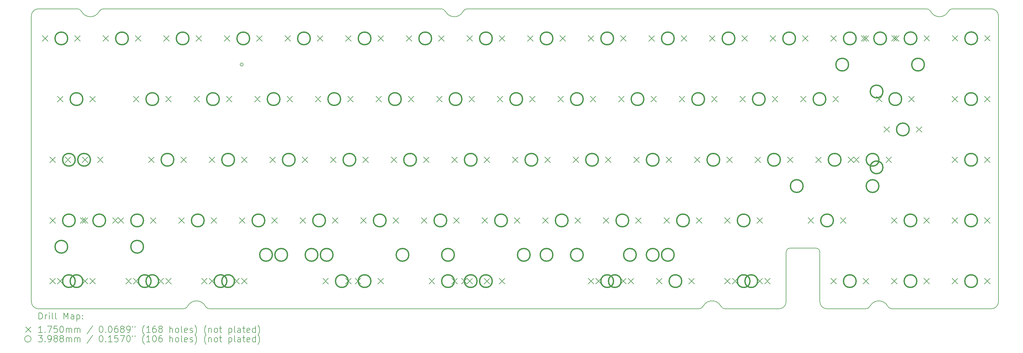
<source format=gbr>
%TF.GenerationSoftware,KiCad,Pcbnew,7.0.2-0*%
%TF.CreationDate,2023-05-06T19:15:03+03:00*%
%TF.ProjectId,rp2040-bakeneko65,72703230-3430-42d6-9261-6b656e656b6f,rev?*%
%TF.SameCoordinates,Original*%
%TF.FileFunction,Drillmap*%
%TF.FilePolarity,Positive*%
%FSLAX45Y45*%
G04 Gerber Fmt 4.5, Leading zero omitted, Abs format (unit mm)*
G04 Created by KiCad (PCBNEW 7.0.2-0) date 2023-05-06 19:15:03*
%MOMM*%
%LPD*%
G01*
G04 APERTURE LIST*
%ADD10C,0.200000*%
%ADD11C,0.175000*%
%ADD12C,0.398780*%
G04 APERTURE END LIST*
D10*
X5964790Y-17551110D02*
G75*
G03*
X6189789Y-17776110I225000J-1D01*
G01*
X29797289Y-15871109D02*
G75*
G03*
X29672289Y-15996109I-9J-124991D01*
G01*
X6189789Y-8356109D02*
G75*
G03*
X5964789Y-8581110I-9J-224991D01*
G01*
X8229600Y-8356113D02*
G75*
G03*
X8096597Y-8436755I-10J-149987D01*
G01*
X29447289Y-17776110D02*
X27755850Y-17776110D01*
X10738729Y-17776110D02*
X6189789Y-17776110D01*
X26931229Y-17776112D02*
G75*
G03*
X27064232Y-17695464I-9J150012D01*
G01*
X32169979Y-17776110D02*
X30954789Y-17776110D01*
X34207982Y-8436755D02*
G75*
G03*
X34766597Y-8436755I279307J145645D01*
G01*
X30729790Y-17551110D02*
G75*
G03*
X30954789Y-17776110I225000J-1D01*
G01*
X36114789Y-17776109D02*
G75*
G03*
X36339789Y-17551110I-9J225009D01*
G01*
X10738729Y-17776112D02*
G75*
G03*
X10871732Y-17695464I-9J150012D01*
G01*
X18967979Y-8436757D02*
G75*
G03*
X18834979Y-8356109I-132999J-69344D01*
G01*
X29797289Y-15871109D02*
X30604789Y-15871109D01*
X26931229Y-17776110D02*
X11563350Y-17776110D01*
X34074979Y-8356109D02*
X19659600Y-8356109D01*
X30729789Y-15996109D02*
X30729789Y-17551110D01*
X18834979Y-8356109D02*
X8229600Y-8356109D01*
X36114789Y-17776110D02*
X32994600Y-17776110D01*
X32861602Y-17695462D02*
G75*
G03*
X32994600Y-17776110I132998J69342D01*
G01*
X36339791Y-8581110D02*
G75*
G03*
X36114789Y-8356109I-225001J-1D01*
G01*
X7537979Y-8436757D02*
G75*
G03*
X7404979Y-8356109I-132999J-69344D01*
G01*
X11430352Y-17695462D02*
G75*
G03*
X11563350Y-17776110I132998J69342D01*
G01*
X32169979Y-17776112D02*
G75*
G03*
X32302982Y-17695464I-9J150012D01*
G01*
X32861597Y-17695464D02*
G75*
G03*
X32302982Y-17695464I-279307J-145645D01*
G01*
X36114789Y-8356109D02*
X34899600Y-8356109D01*
X27622847Y-17695464D02*
G75*
G03*
X27064232Y-17695464I-279307J-145645D01*
G01*
X29672289Y-15996109D02*
X29672289Y-17551110D01*
X30729790Y-15996109D02*
G75*
G03*
X30604789Y-15871109I-125001J-1D01*
G01*
X7537982Y-8436755D02*
G75*
G03*
X8096596Y-8436755I279307J145645D01*
G01*
X12619789Y-10106110D02*
G75*
G03*
X12619789Y-10106110I-50000J0D01*
G01*
X34899600Y-8356113D02*
G75*
G03*
X34766597Y-8436755I-10J-149987D01*
G01*
X11430347Y-17695464D02*
G75*
G03*
X10871732Y-17695464I-279307J-145645D01*
G01*
X18967982Y-8436755D02*
G75*
G03*
X19526597Y-8436755I279307J145645D01*
G01*
X19659600Y-8356113D02*
G75*
G03*
X19526597Y-8436755I-10J-149987D01*
G01*
X36339789Y-17551110D02*
X36339789Y-8581110D01*
X29447289Y-17776109D02*
G75*
G03*
X29672289Y-17551110I-9J225009D01*
G01*
X27622852Y-17695462D02*
G75*
G03*
X27755850Y-17776110I132998J69342D01*
G01*
X34207979Y-8436757D02*
G75*
G03*
X34074979Y-8356109I-132999J-69344D01*
G01*
X7404979Y-8356109D02*
X6189789Y-8356109D01*
X5964789Y-17551110D02*
X5964789Y-8581110D01*
D11*
X6310125Y-9199375D02*
X6485125Y-9374375D01*
X6485125Y-9199375D02*
X6310125Y-9374375D01*
X6548250Y-13009375D02*
X6723250Y-13184375D01*
X6723250Y-13009375D02*
X6548250Y-13184375D01*
X6548250Y-14914375D02*
X6723250Y-15089375D01*
X6723250Y-14914375D02*
X6548250Y-15089375D01*
X6548250Y-16819375D02*
X6723250Y-16994375D01*
X6723250Y-16819375D02*
X6548250Y-16994375D01*
X6786375Y-11104375D02*
X6961375Y-11279375D01*
X6961375Y-11104375D02*
X6786375Y-11279375D01*
X6786375Y-16819375D02*
X6961375Y-16994375D01*
X6961375Y-16819375D02*
X6786375Y-16994375D01*
X7024500Y-13009375D02*
X7199500Y-13184375D01*
X7199500Y-13009375D02*
X7024500Y-13184375D01*
X7326125Y-9199375D02*
X7501125Y-9374375D01*
X7501125Y-9199375D02*
X7326125Y-9374375D01*
X7500750Y-14914375D02*
X7675750Y-15089375D01*
X7675750Y-14914375D02*
X7500750Y-15089375D01*
X7564250Y-13009375D02*
X7739250Y-13184375D01*
X7739250Y-13009375D02*
X7564250Y-13184375D01*
X7564250Y-14914375D02*
X7739250Y-15089375D01*
X7739250Y-14914375D02*
X7564250Y-15089375D01*
X7564250Y-16819375D02*
X7739250Y-16994375D01*
X7739250Y-16819375D02*
X7564250Y-16994375D01*
X7802375Y-11104375D02*
X7977375Y-11279375D01*
X7977375Y-11104375D02*
X7802375Y-11279375D01*
X7802375Y-16819375D02*
X7977375Y-16994375D01*
X7977375Y-16819375D02*
X7802375Y-16994375D01*
X8040500Y-13009375D02*
X8215500Y-13184375D01*
X8215500Y-13009375D02*
X8040500Y-13184375D01*
X8215125Y-9199375D02*
X8390125Y-9374375D01*
X8390125Y-9199375D02*
X8215125Y-9374375D01*
X8516750Y-14914375D02*
X8691750Y-15089375D01*
X8691750Y-14914375D02*
X8516750Y-15089375D01*
X8691375Y-14914375D02*
X8866375Y-15089375D01*
X8866375Y-14914375D02*
X8691375Y-15089375D01*
X8929500Y-16819375D02*
X9104500Y-16994375D01*
X9104500Y-16819375D02*
X8929500Y-16994375D01*
X9167625Y-11104375D02*
X9342625Y-11279375D01*
X9342625Y-11104375D02*
X9167625Y-11279375D01*
X9167625Y-16819375D02*
X9342625Y-16994375D01*
X9342625Y-16819375D02*
X9167625Y-16994375D01*
X9231125Y-9199375D02*
X9406125Y-9374375D01*
X9406125Y-9199375D02*
X9231125Y-9374375D01*
X9643875Y-13009375D02*
X9818875Y-13184375D01*
X9818875Y-13009375D02*
X9643875Y-13184375D01*
X9707375Y-14914375D02*
X9882375Y-15089375D01*
X9882375Y-14914375D02*
X9707375Y-15089375D01*
X9945500Y-16819375D02*
X10120500Y-16994375D01*
X10120500Y-16819375D02*
X9945500Y-16994375D01*
X10120125Y-9199375D02*
X10295125Y-9374375D01*
X10295125Y-9199375D02*
X10120125Y-9374375D01*
X10183625Y-11104375D02*
X10358625Y-11279375D01*
X10358625Y-11104375D02*
X10183625Y-11279375D01*
X10183625Y-16819375D02*
X10358625Y-16994375D01*
X10358625Y-16819375D02*
X10183625Y-16994375D01*
X10596375Y-14914375D02*
X10771375Y-15089375D01*
X10771375Y-14914375D02*
X10596375Y-15089375D01*
X10659875Y-13009375D02*
X10834875Y-13184375D01*
X10834875Y-13009375D02*
X10659875Y-13184375D01*
X11072625Y-11104375D02*
X11247625Y-11279375D01*
X11247625Y-11104375D02*
X11072625Y-11279375D01*
X11136125Y-9199375D02*
X11311125Y-9374375D01*
X11311125Y-9199375D02*
X11136125Y-9374375D01*
X11310750Y-16819375D02*
X11485750Y-16994375D01*
X11485750Y-16819375D02*
X11310750Y-16994375D01*
X11548875Y-13009375D02*
X11723875Y-13184375D01*
X11723875Y-13009375D02*
X11548875Y-13184375D01*
X11548875Y-16819375D02*
X11723875Y-16994375D01*
X11723875Y-16819375D02*
X11548875Y-16994375D01*
X11612375Y-14914375D02*
X11787375Y-15089375D01*
X11787375Y-14914375D02*
X11612375Y-15089375D01*
X12025125Y-9199375D02*
X12200125Y-9374375D01*
X12200125Y-9199375D02*
X12025125Y-9374375D01*
X12088625Y-11104375D02*
X12263625Y-11279375D01*
X12263625Y-11104375D02*
X12088625Y-11279375D01*
X12326750Y-16819375D02*
X12501750Y-16994375D01*
X12501750Y-16819375D02*
X12326750Y-16994375D01*
X12501375Y-14914375D02*
X12676375Y-15089375D01*
X12676375Y-14914375D02*
X12501375Y-15089375D01*
X12564875Y-13009375D02*
X12739875Y-13184375D01*
X12739875Y-13009375D02*
X12564875Y-13184375D01*
X12564875Y-16819375D02*
X12739875Y-16994375D01*
X12739875Y-16819375D02*
X12564875Y-16994375D01*
X12977625Y-11104375D02*
X13152625Y-11279375D01*
X13152625Y-11104375D02*
X12977625Y-11279375D01*
X13041125Y-9199375D02*
X13216125Y-9374375D01*
X13216125Y-9199375D02*
X13041125Y-9374375D01*
X13453875Y-13009375D02*
X13628875Y-13184375D01*
X13628875Y-13009375D02*
X13453875Y-13184375D01*
X13517375Y-14914375D02*
X13692375Y-15089375D01*
X13692375Y-14914375D02*
X13517375Y-15089375D01*
X13930125Y-9199375D02*
X14105125Y-9374375D01*
X14105125Y-9199375D02*
X13930125Y-9374375D01*
X13993625Y-11104375D02*
X14168625Y-11279375D01*
X14168625Y-11104375D02*
X13993625Y-11279375D01*
X14406375Y-14914375D02*
X14581375Y-15089375D01*
X14581375Y-14914375D02*
X14406375Y-15089375D01*
X14469875Y-13009375D02*
X14644875Y-13184375D01*
X14644875Y-13009375D02*
X14469875Y-13184375D01*
X14882625Y-11104375D02*
X15057625Y-11279375D01*
X15057625Y-11104375D02*
X14882625Y-11279375D01*
X14946125Y-9199375D02*
X15121125Y-9374375D01*
X15121125Y-9199375D02*
X14946125Y-9374375D01*
X15120750Y-16819375D02*
X15295750Y-16994375D01*
X15295750Y-16819375D02*
X15120750Y-16994375D01*
X15358875Y-13009375D02*
X15533875Y-13184375D01*
X15533875Y-13009375D02*
X15358875Y-13184375D01*
X15422375Y-14914375D02*
X15597375Y-15089375D01*
X15597375Y-14914375D02*
X15422375Y-15089375D01*
X15835125Y-9199375D02*
X16010125Y-9374375D01*
X16010125Y-9199375D02*
X15835125Y-9374375D01*
X15835125Y-16819375D02*
X16010125Y-16994375D01*
X16010125Y-16819375D02*
X15835125Y-16994375D01*
X15898625Y-11104375D02*
X16073625Y-11279375D01*
X16073625Y-11104375D02*
X15898625Y-11279375D01*
X16136750Y-16819375D02*
X16311750Y-16994375D01*
X16311750Y-16819375D02*
X16136750Y-16994375D01*
X16311375Y-14914375D02*
X16486375Y-15089375D01*
X16486375Y-14914375D02*
X16311375Y-15089375D01*
X16374875Y-13009375D02*
X16549875Y-13184375D01*
X16549875Y-13009375D02*
X16374875Y-13184375D01*
X16787625Y-11104375D02*
X16962625Y-11279375D01*
X16962625Y-11104375D02*
X16787625Y-11279375D01*
X16851125Y-9199375D02*
X17026125Y-9374375D01*
X17026125Y-9199375D02*
X16851125Y-9374375D01*
X16851125Y-16819375D02*
X17026125Y-16994375D01*
X17026125Y-16819375D02*
X16851125Y-16994375D01*
X17263875Y-13009375D02*
X17438875Y-13184375D01*
X17438875Y-13009375D02*
X17263875Y-13184375D01*
X17327375Y-14914375D02*
X17502375Y-15089375D01*
X17502375Y-14914375D02*
X17327375Y-15089375D01*
X17740125Y-9199375D02*
X17915125Y-9374375D01*
X17915125Y-9199375D02*
X17740125Y-9374375D01*
X17803625Y-11104375D02*
X17978625Y-11279375D01*
X17978625Y-11104375D02*
X17803625Y-11279375D01*
X18216375Y-14914375D02*
X18391375Y-15089375D01*
X18391375Y-14914375D02*
X18216375Y-15089375D01*
X18279875Y-13009375D02*
X18454875Y-13184375D01*
X18454875Y-13009375D02*
X18279875Y-13184375D01*
X18454500Y-16819375D02*
X18629500Y-16994375D01*
X18629500Y-16819375D02*
X18454500Y-16994375D01*
X18692625Y-11104375D02*
X18867625Y-11279375D01*
X18867625Y-11104375D02*
X18692625Y-11279375D01*
X18756125Y-9199375D02*
X18931125Y-9374375D01*
X18931125Y-9199375D02*
X18756125Y-9374375D01*
X19168875Y-13009375D02*
X19343875Y-13184375D01*
X19343875Y-13009375D02*
X19168875Y-13184375D01*
X19168875Y-16819375D02*
X19343875Y-16994375D01*
X19343875Y-16819375D02*
X19168875Y-16994375D01*
X19232375Y-14914375D02*
X19407375Y-15089375D01*
X19407375Y-14914375D02*
X19232375Y-15089375D01*
X19470500Y-16819375D02*
X19645500Y-16994375D01*
X19645500Y-16819375D02*
X19470500Y-16994375D01*
X19645125Y-9199375D02*
X19820125Y-9374375D01*
X19820125Y-9199375D02*
X19645125Y-9374375D01*
X19645125Y-16819375D02*
X19820125Y-16994375D01*
X19820125Y-16819375D02*
X19645125Y-16994375D01*
X19708625Y-11104375D02*
X19883625Y-11279375D01*
X19883625Y-11104375D02*
X19708625Y-11279375D01*
X20121375Y-14914375D02*
X20296375Y-15089375D01*
X20296375Y-14914375D02*
X20121375Y-15089375D01*
X20184875Y-13009375D02*
X20359875Y-13184375D01*
X20359875Y-13009375D02*
X20184875Y-13184375D01*
X20184875Y-16819375D02*
X20359875Y-16994375D01*
X20359875Y-16819375D02*
X20184875Y-16994375D01*
X20597625Y-11104375D02*
X20772625Y-11279375D01*
X20772625Y-11104375D02*
X20597625Y-11279375D01*
X20661125Y-9199375D02*
X20836125Y-9374375D01*
X20836125Y-9199375D02*
X20661125Y-9374375D01*
X20661125Y-16819375D02*
X20836125Y-16994375D01*
X20836125Y-16819375D02*
X20661125Y-16994375D01*
X21073875Y-13009375D02*
X21248875Y-13184375D01*
X21248875Y-13009375D02*
X21073875Y-13184375D01*
X21137375Y-14914375D02*
X21312375Y-15089375D01*
X21312375Y-14914375D02*
X21137375Y-15089375D01*
X21550125Y-9199375D02*
X21725125Y-9374375D01*
X21725125Y-9199375D02*
X21550125Y-9374375D01*
X21613625Y-11104375D02*
X21788625Y-11279375D01*
X21788625Y-11104375D02*
X21613625Y-11279375D01*
X22026375Y-14914375D02*
X22201375Y-15089375D01*
X22201375Y-14914375D02*
X22026375Y-15089375D01*
X22089875Y-13009375D02*
X22264875Y-13184375D01*
X22264875Y-13009375D02*
X22089875Y-13184375D01*
X22502625Y-11104375D02*
X22677625Y-11279375D01*
X22677625Y-11104375D02*
X22502625Y-11279375D01*
X22566125Y-9199375D02*
X22741125Y-9374375D01*
X22741125Y-9199375D02*
X22566125Y-9374375D01*
X22978875Y-13009375D02*
X23153875Y-13184375D01*
X23153875Y-13009375D02*
X22978875Y-13184375D01*
X23042375Y-14914375D02*
X23217375Y-15089375D01*
X23217375Y-14914375D02*
X23042375Y-15089375D01*
X23455125Y-9199375D02*
X23630125Y-9374375D01*
X23630125Y-9199375D02*
X23455125Y-9374375D01*
X23455125Y-16819375D02*
X23630125Y-16994375D01*
X23630125Y-16819375D02*
X23455125Y-16994375D01*
X23518625Y-11104375D02*
X23693625Y-11279375D01*
X23693625Y-11104375D02*
X23518625Y-11279375D01*
X23693250Y-16819375D02*
X23868250Y-16994375D01*
X23868250Y-16819375D02*
X23693250Y-16994375D01*
X23931375Y-14914375D02*
X24106375Y-15089375D01*
X24106375Y-14914375D02*
X23931375Y-15089375D01*
X23994875Y-13009375D02*
X24169875Y-13184375D01*
X24169875Y-13009375D02*
X23994875Y-13184375D01*
X24407625Y-11104375D02*
X24582625Y-11279375D01*
X24582625Y-11104375D02*
X24407625Y-11279375D01*
X24471125Y-9199375D02*
X24646125Y-9374375D01*
X24646125Y-9199375D02*
X24471125Y-9374375D01*
X24471125Y-16819375D02*
X24646125Y-16994375D01*
X24646125Y-16819375D02*
X24471125Y-16994375D01*
X24709250Y-16819375D02*
X24884250Y-16994375D01*
X24884250Y-16819375D02*
X24709250Y-16994375D01*
X24883875Y-13009375D02*
X25058875Y-13184375D01*
X25058875Y-13009375D02*
X24883875Y-13184375D01*
X24947375Y-14914375D02*
X25122375Y-15089375D01*
X25122375Y-14914375D02*
X24947375Y-15089375D01*
X25360125Y-9199375D02*
X25535125Y-9374375D01*
X25535125Y-9199375D02*
X25360125Y-9374375D01*
X25423625Y-11104375D02*
X25598625Y-11279375D01*
X25598625Y-11104375D02*
X25423625Y-11279375D01*
X25598250Y-16819375D02*
X25773250Y-16994375D01*
X25773250Y-16819375D02*
X25598250Y-16994375D01*
X25836375Y-14914375D02*
X26011375Y-15089375D01*
X26011375Y-14914375D02*
X25836375Y-15089375D01*
X25899875Y-13009375D02*
X26074875Y-13184375D01*
X26074875Y-13009375D02*
X25899875Y-13184375D01*
X26312625Y-11104375D02*
X26487625Y-11279375D01*
X26487625Y-11104375D02*
X26312625Y-11279375D01*
X26376125Y-9199375D02*
X26551125Y-9374375D01*
X26551125Y-9199375D02*
X26376125Y-9374375D01*
X26614250Y-16819375D02*
X26789250Y-16994375D01*
X26789250Y-16819375D02*
X26614250Y-16994375D01*
X26788875Y-13009375D02*
X26963875Y-13184375D01*
X26963875Y-13009375D02*
X26788875Y-13184375D01*
X26852375Y-14914375D02*
X27027375Y-15089375D01*
X27027375Y-14914375D02*
X26852375Y-15089375D01*
X27265125Y-9199375D02*
X27440125Y-9374375D01*
X27440125Y-9199375D02*
X27265125Y-9374375D01*
X27328625Y-11104375D02*
X27503625Y-11279375D01*
X27503625Y-11104375D02*
X27328625Y-11279375D01*
X27741375Y-14914375D02*
X27916375Y-15089375D01*
X27916375Y-14914375D02*
X27741375Y-15089375D01*
X27741375Y-16819375D02*
X27916375Y-16994375D01*
X27916375Y-16819375D02*
X27741375Y-16994375D01*
X27804875Y-13009375D02*
X27979875Y-13184375D01*
X27979875Y-13009375D02*
X27804875Y-13184375D01*
X27979500Y-16819375D02*
X28154500Y-16994375D01*
X28154500Y-16819375D02*
X27979500Y-16994375D01*
X28217625Y-11104375D02*
X28392625Y-11279375D01*
X28392625Y-11104375D02*
X28217625Y-11279375D01*
X28281125Y-9199375D02*
X28456125Y-9374375D01*
X28456125Y-9199375D02*
X28281125Y-9374375D01*
X28693875Y-13009375D02*
X28868875Y-13184375D01*
X28868875Y-13009375D02*
X28693875Y-13184375D01*
X28757375Y-14914375D02*
X28932375Y-15089375D01*
X28932375Y-14914375D02*
X28757375Y-15089375D01*
X28757375Y-16819375D02*
X28932375Y-16994375D01*
X28932375Y-16819375D02*
X28757375Y-16994375D01*
X28995500Y-16819375D02*
X29170500Y-16994375D01*
X29170500Y-16819375D02*
X28995500Y-16994375D01*
X29170125Y-9199375D02*
X29345125Y-9374375D01*
X29345125Y-9199375D02*
X29170125Y-9374375D01*
X29233625Y-11104375D02*
X29408625Y-11279375D01*
X29408625Y-11104375D02*
X29233625Y-11279375D01*
X29709875Y-13009375D02*
X29884875Y-13184375D01*
X29884875Y-13009375D02*
X29709875Y-13184375D01*
X30122625Y-11104375D02*
X30297625Y-11279375D01*
X30297625Y-11104375D02*
X30122625Y-11279375D01*
X30186125Y-9199375D02*
X30361125Y-9374375D01*
X30361125Y-9199375D02*
X30186125Y-9374375D01*
X30360750Y-14914375D02*
X30535750Y-15089375D01*
X30535750Y-14914375D02*
X30360750Y-15089375D01*
X30598875Y-13009375D02*
X30773875Y-13184375D01*
X30773875Y-13009375D02*
X30598875Y-13184375D01*
X31075125Y-9199375D02*
X31250125Y-9374375D01*
X31250125Y-9199375D02*
X31075125Y-9374375D01*
X31075125Y-16819375D02*
X31250125Y-16994375D01*
X31250125Y-16819375D02*
X31075125Y-16994375D01*
X31138625Y-11104375D02*
X31313625Y-11279375D01*
X31313625Y-11104375D02*
X31138625Y-11279375D01*
X31376750Y-14914375D02*
X31551750Y-15089375D01*
X31551750Y-14914375D02*
X31376750Y-15089375D01*
X31614875Y-13009375D02*
X31789875Y-13184375D01*
X31789875Y-13009375D02*
X31614875Y-13184375D01*
X31789500Y-13009375D02*
X31964500Y-13184375D01*
X31964500Y-13009375D02*
X31789500Y-13184375D01*
X32027625Y-9199375D02*
X32202625Y-9374375D01*
X32202625Y-9199375D02*
X32027625Y-9374375D01*
X32091125Y-9199375D02*
X32266125Y-9374375D01*
X32266125Y-9199375D02*
X32091125Y-9374375D01*
X32091125Y-16819375D02*
X32266125Y-16994375D01*
X32266125Y-16819375D02*
X32091125Y-16994375D01*
X32503875Y-11104375D02*
X32678875Y-11279375D01*
X32678875Y-11104375D02*
X32503875Y-11279375D01*
X32742000Y-12056875D02*
X32917000Y-12231875D01*
X32917000Y-12056875D02*
X32742000Y-12231875D01*
X32805500Y-13009375D02*
X32980500Y-13184375D01*
X32980500Y-13009375D02*
X32805500Y-13184375D01*
X32980125Y-14914375D02*
X33155125Y-15089375D01*
X33155125Y-14914375D02*
X32980125Y-15089375D01*
X32980125Y-16819375D02*
X33155125Y-16994375D01*
X33155125Y-16819375D02*
X32980125Y-16994375D01*
X32983300Y-9196200D02*
X33158300Y-9371200D01*
X33158300Y-9196200D02*
X32983300Y-9371200D01*
X33043625Y-9199375D02*
X33218625Y-9374375D01*
X33218625Y-9199375D02*
X33043625Y-9374375D01*
X33519875Y-11104375D02*
X33694875Y-11279375D01*
X33694875Y-11104375D02*
X33519875Y-11279375D01*
X33758000Y-12056875D02*
X33933000Y-12231875D01*
X33933000Y-12056875D02*
X33758000Y-12231875D01*
X33996125Y-14914375D02*
X34171125Y-15089375D01*
X34171125Y-14914375D02*
X33996125Y-15089375D01*
X33996125Y-16819375D02*
X34171125Y-16994375D01*
X34171125Y-16819375D02*
X33996125Y-16994375D01*
X33999300Y-9196200D02*
X34174300Y-9371200D01*
X34174300Y-9196200D02*
X33999300Y-9371200D01*
X34885125Y-11104375D02*
X35060125Y-11279375D01*
X35060125Y-11104375D02*
X34885125Y-11279375D01*
X34885125Y-13009375D02*
X35060125Y-13184375D01*
X35060125Y-13009375D02*
X34885125Y-13184375D01*
X34885125Y-14914375D02*
X35060125Y-15089375D01*
X35060125Y-14914375D02*
X34885125Y-15089375D01*
X34885125Y-16819375D02*
X35060125Y-16994375D01*
X35060125Y-16819375D02*
X34885125Y-16994375D01*
X34888300Y-9196200D02*
X35063300Y-9371200D01*
X35063300Y-9196200D02*
X34888300Y-9371200D01*
X35901125Y-11104375D02*
X36076125Y-11279375D01*
X36076125Y-11104375D02*
X35901125Y-11279375D01*
X35901125Y-13009375D02*
X36076125Y-13184375D01*
X36076125Y-13009375D02*
X35901125Y-13184375D01*
X35901125Y-14914375D02*
X36076125Y-15089375D01*
X36076125Y-14914375D02*
X35901125Y-15089375D01*
X35901125Y-16819375D02*
X36076125Y-16994375D01*
X36076125Y-16819375D02*
X35901125Y-16994375D01*
X35904300Y-9196200D02*
X36079300Y-9371200D01*
X36079300Y-9196200D02*
X35904300Y-9371200D01*
D12*
X7105015Y-9286875D02*
G75*
G03*
X7105015Y-9286875I-199390J0D01*
G01*
X7105015Y-15827375D02*
G75*
G03*
X7105015Y-15827375I-199390J0D01*
G01*
X7343140Y-13096875D02*
G75*
G03*
X7343140Y-13096875I-199390J0D01*
G01*
X7343140Y-15001875D02*
G75*
G03*
X7343140Y-15001875I-199390J0D01*
G01*
X7343140Y-16906875D02*
G75*
G03*
X7343140Y-16906875I-199390J0D01*
G01*
X7581265Y-11191875D02*
G75*
G03*
X7581265Y-11191875I-199390J0D01*
G01*
X7581265Y-16906875D02*
G75*
G03*
X7581265Y-16906875I-199390J0D01*
G01*
X7819390Y-13096875D02*
G75*
G03*
X7819390Y-13096875I-199390J0D01*
G01*
X8295640Y-15001875D02*
G75*
G03*
X8295640Y-15001875I-199390J0D01*
G01*
X9010015Y-9286875D02*
G75*
G03*
X9010015Y-9286875I-199390J0D01*
G01*
X9486265Y-15001875D02*
G75*
G03*
X9486265Y-15001875I-199390J0D01*
G01*
X9486265Y-15827375D02*
G75*
G03*
X9486265Y-15827375I-199390J0D01*
G01*
X9724390Y-16906875D02*
G75*
G03*
X9724390Y-16906875I-199390J0D01*
G01*
X9962515Y-11191875D02*
G75*
G03*
X9962515Y-11191875I-199390J0D01*
G01*
X9962515Y-16906875D02*
G75*
G03*
X9962515Y-16906875I-199390J0D01*
G01*
X10438765Y-13096875D02*
G75*
G03*
X10438765Y-13096875I-199390J0D01*
G01*
X10915015Y-9286875D02*
G75*
G03*
X10915015Y-9286875I-199390J0D01*
G01*
X11391265Y-15001875D02*
G75*
G03*
X11391265Y-15001875I-199390J0D01*
G01*
X11867515Y-11191875D02*
G75*
G03*
X11867515Y-11191875I-199390J0D01*
G01*
X12105640Y-16906875D02*
G75*
G03*
X12105640Y-16906875I-199390J0D01*
G01*
X12343765Y-13096875D02*
G75*
G03*
X12343765Y-13096875I-199390J0D01*
G01*
X12343765Y-16906875D02*
G75*
G03*
X12343765Y-16906875I-199390J0D01*
G01*
X12820015Y-9286875D02*
G75*
G03*
X12820015Y-9286875I-199390J0D01*
G01*
X13296265Y-15001875D02*
G75*
G03*
X13296265Y-15001875I-199390J0D01*
G01*
X13534390Y-16081375D02*
G75*
G03*
X13534390Y-16081375I-199390J0D01*
G01*
X13772515Y-11191875D02*
G75*
G03*
X13772515Y-11191875I-199390J0D01*
G01*
X14010640Y-16081375D02*
G75*
G03*
X14010640Y-16081375I-199390J0D01*
G01*
X14248765Y-13096875D02*
G75*
G03*
X14248765Y-13096875I-199390J0D01*
G01*
X14725015Y-9286875D02*
G75*
G03*
X14725015Y-9286875I-199390J0D01*
G01*
X14963140Y-16081375D02*
G75*
G03*
X14963140Y-16081375I-199390J0D01*
G01*
X15201265Y-15001875D02*
G75*
G03*
X15201265Y-15001875I-199390J0D01*
G01*
X15439390Y-16081375D02*
G75*
G03*
X15439390Y-16081375I-199390J0D01*
G01*
X15677515Y-11191875D02*
G75*
G03*
X15677515Y-11191875I-199390J0D01*
G01*
X15915640Y-16906875D02*
G75*
G03*
X15915640Y-16906875I-199390J0D01*
G01*
X16153765Y-13096875D02*
G75*
G03*
X16153765Y-13096875I-199390J0D01*
G01*
X16630015Y-9286875D02*
G75*
G03*
X16630015Y-9286875I-199390J0D01*
G01*
X16630015Y-16906875D02*
G75*
G03*
X16630015Y-16906875I-199390J0D01*
G01*
X17106265Y-15001875D02*
G75*
G03*
X17106265Y-15001875I-199390J0D01*
G01*
X17582515Y-11191875D02*
G75*
G03*
X17582515Y-11191875I-199390J0D01*
G01*
X17820640Y-16081375D02*
G75*
G03*
X17820640Y-16081375I-199390J0D01*
G01*
X17820640Y-16081375D02*
G75*
G03*
X17820640Y-16081375I-199390J0D01*
G01*
X18058765Y-13096875D02*
G75*
G03*
X18058765Y-13096875I-199390J0D01*
G01*
X18535015Y-9286875D02*
G75*
G03*
X18535015Y-9286875I-199390J0D01*
G01*
X19011265Y-15001875D02*
G75*
G03*
X19011265Y-15001875I-199390J0D01*
G01*
X19249390Y-16081375D02*
G75*
G03*
X19249390Y-16081375I-199390J0D01*
G01*
X19249390Y-16906875D02*
G75*
G03*
X19249390Y-16906875I-199390J0D01*
G01*
X19487515Y-11191875D02*
G75*
G03*
X19487515Y-11191875I-199390J0D01*
G01*
X19963765Y-13096875D02*
G75*
G03*
X19963765Y-13096875I-199390J0D01*
G01*
X19963765Y-16906875D02*
G75*
G03*
X19963765Y-16906875I-199390J0D01*
G01*
X20440015Y-9286875D02*
G75*
G03*
X20440015Y-9286875I-199390J0D01*
G01*
X20440015Y-16906875D02*
G75*
G03*
X20440015Y-16906875I-199390J0D01*
G01*
X20916265Y-15001875D02*
G75*
G03*
X20916265Y-15001875I-199390J0D01*
G01*
X21392515Y-11191875D02*
G75*
G03*
X21392515Y-11191875I-199390J0D01*
G01*
X21630640Y-16081375D02*
G75*
G03*
X21630640Y-16081375I-199390J0D01*
G01*
X21868765Y-13096875D02*
G75*
G03*
X21868765Y-13096875I-199390J0D01*
G01*
X22345015Y-9286875D02*
G75*
G03*
X22345015Y-9286875I-199390J0D01*
G01*
X22345015Y-16081375D02*
G75*
G03*
X22345015Y-16081375I-199390J0D01*
G01*
X22821265Y-15001875D02*
G75*
G03*
X22821265Y-15001875I-199390J0D01*
G01*
X23297515Y-11191875D02*
G75*
G03*
X23297515Y-11191875I-199390J0D01*
G01*
X23297515Y-16081375D02*
G75*
G03*
X23297515Y-16081375I-199390J0D01*
G01*
X23773765Y-13096875D02*
G75*
G03*
X23773765Y-13096875I-199390J0D01*
G01*
X24250015Y-9286875D02*
G75*
G03*
X24250015Y-9286875I-199390J0D01*
G01*
X24250015Y-16906875D02*
G75*
G03*
X24250015Y-16906875I-199390J0D01*
G01*
X24488140Y-16906875D02*
G75*
G03*
X24488140Y-16906875I-199390J0D01*
G01*
X24726265Y-15001875D02*
G75*
G03*
X24726265Y-15001875I-199390J0D01*
G01*
X24964390Y-16081375D02*
G75*
G03*
X24964390Y-16081375I-199390J0D01*
G01*
X24964390Y-16081375D02*
G75*
G03*
X24964390Y-16081375I-199390J0D01*
G01*
X25202515Y-11191875D02*
G75*
G03*
X25202515Y-11191875I-199390J0D01*
G01*
X25678765Y-13096875D02*
G75*
G03*
X25678765Y-13096875I-199390J0D01*
G01*
X25678765Y-16081375D02*
G75*
G03*
X25678765Y-16081375I-199390J0D01*
G01*
X26155015Y-9286875D02*
G75*
G03*
X26155015Y-9286875I-199390J0D01*
G01*
X26155015Y-16081375D02*
G75*
G03*
X26155015Y-16081375I-199390J0D01*
G01*
X26393140Y-16906875D02*
G75*
G03*
X26393140Y-16906875I-199390J0D01*
G01*
X26631265Y-15001875D02*
G75*
G03*
X26631265Y-15001875I-199390J0D01*
G01*
X27107515Y-11191875D02*
G75*
G03*
X27107515Y-11191875I-199390J0D01*
G01*
X27583765Y-13096875D02*
G75*
G03*
X27583765Y-13096875I-199390J0D01*
G01*
X28060015Y-9286875D02*
G75*
G03*
X28060015Y-9286875I-199390J0D01*
G01*
X28536265Y-15001875D02*
G75*
G03*
X28536265Y-15001875I-199390J0D01*
G01*
X28536265Y-16906875D02*
G75*
G03*
X28536265Y-16906875I-199390J0D01*
G01*
X28774390Y-16906875D02*
G75*
G03*
X28774390Y-16906875I-199390J0D01*
G01*
X29012515Y-11191875D02*
G75*
G03*
X29012515Y-11191875I-199390J0D01*
G01*
X29488765Y-13096875D02*
G75*
G03*
X29488765Y-13096875I-199390J0D01*
G01*
X29965015Y-9286875D02*
G75*
G03*
X29965015Y-9286875I-199390J0D01*
G01*
X30203140Y-13922375D02*
G75*
G03*
X30203140Y-13922375I-199390J0D01*
G01*
X30917515Y-11191875D02*
G75*
G03*
X30917515Y-11191875I-199390J0D01*
G01*
X31155640Y-15001875D02*
G75*
G03*
X31155640Y-15001875I-199390J0D01*
G01*
X31393765Y-13096875D02*
G75*
G03*
X31393765Y-13096875I-199390J0D01*
G01*
X31631890Y-10109200D02*
G75*
G03*
X31631890Y-10109200I-199390J0D01*
G01*
X31870015Y-9286875D02*
G75*
G03*
X31870015Y-9286875I-199390J0D01*
G01*
X31870015Y-16906875D02*
G75*
G03*
X31870015Y-16906875I-199390J0D01*
G01*
X32584390Y-13096875D02*
G75*
G03*
X32584390Y-13096875I-199390J0D01*
G01*
X32584390Y-13922375D02*
G75*
G03*
X32584390Y-13922375I-199390J0D01*
G01*
X32711390Y-10953750D02*
G75*
G03*
X32711390Y-10953750I-199390J0D01*
G01*
X32711390Y-13335000D02*
G75*
G03*
X32711390Y-13335000I-199390J0D01*
G01*
X32822515Y-9286875D02*
G75*
G03*
X32822515Y-9286875I-199390J0D01*
G01*
X33298765Y-11191875D02*
G75*
G03*
X33298765Y-11191875I-199390J0D01*
G01*
X33536890Y-12144375D02*
G75*
G03*
X33536890Y-12144375I-199390J0D01*
G01*
X33775015Y-15001875D02*
G75*
G03*
X33775015Y-15001875I-199390J0D01*
G01*
X33775015Y-16906875D02*
G75*
G03*
X33775015Y-16906875I-199390J0D01*
G01*
X33778190Y-9283700D02*
G75*
G03*
X33778190Y-9283700I-199390J0D01*
G01*
X34013140Y-10109200D02*
G75*
G03*
X34013140Y-10109200I-199390J0D01*
G01*
X35680015Y-11191875D02*
G75*
G03*
X35680015Y-11191875I-199390J0D01*
G01*
X35680015Y-13096875D02*
G75*
G03*
X35680015Y-13096875I-199390J0D01*
G01*
X35680015Y-15001875D02*
G75*
G03*
X35680015Y-15001875I-199390J0D01*
G01*
X35680015Y-16906875D02*
G75*
G03*
X35680015Y-16906875I-199390J0D01*
G01*
X35683190Y-9283700D02*
G75*
G03*
X35683190Y-9283700I-199390J0D01*
G01*
D10*
X6202408Y-18098633D02*
X6202408Y-17898633D01*
X6202408Y-17898633D02*
X6250027Y-17898633D01*
X6250027Y-17898633D02*
X6278599Y-17908157D01*
X6278599Y-17908157D02*
X6297646Y-17927205D01*
X6297646Y-17927205D02*
X6307170Y-17946252D01*
X6307170Y-17946252D02*
X6316694Y-17984348D01*
X6316694Y-17984348D02*
X6316694Y-18012919D01*
X6316694Y-18012919D02*
X6307170Y-18051014D01*
X6307170Y-18051014D02*
X6297646Y-18070062D01*
X6297646Y-18070062D02*
X6278599Y-18089110D01*
X6278599Y-18089110D02*
X6250027Y-18098633D01*
X6250027Y-18098633D02*
X6202408Y-18098633D01*
X6402408Y-18098633D02*
X6402408Y-17965300D01*
X6402408Y-18003395D02*
X6411932Y-17984348D01*
X6411932Y-17984348D02*
X6421456Y-17974824D01*
X6421456Y-17974824D02*
X6440504Y-17965300D01*
X6440504Y-17965300D02*
X6459551Y-17965300D01*
X6526218Y-18098633D02*
X6526218Y-17965300D01*
X6526218Y-17898633D02*
X6516694Y-17908157D01*
X6516694Y-17908157D02*
X6526218Y-17917681D01*
X6526218Y-17917681D02*
X6535742Y-17908157D01*
X6535742Y-17908157D02*
X6526218Y-17898633D01*
X6526218Y-17898633D02*
X6526218Y-17917681D01*
X6650027Y-18098633D02*
X6630980Y-18089110D01*
X6630980Y-18089110D02*
X6621456Y-18070062D01*
X6621456Y-18070062D02*
X6621456Y-17898633D01*
X6754789Y-18098633D02*
X6735742Y-18089110D01*
X6735742Y-18089110D02*
X6726218Y-18070062D01*
X6726218Y-18070062D02*
X6726218Y-17898633D01*
X6983361Y-18098633D02*
X6983361Y-17898633D01*
X6983361Y-17898633D02*
X7050027Y-18041490D01*
X7050027Y-18041490D02*
X7116694Y-17898633D01*
X7116694Y-17898633D02*
X7116694Y-18098633D01*
X7297646Y-18098633D02*
X7297646Y-17993871D01*
X7297646Y-17993871D02*
X7288123Y-17974824D01*
X7288123Y-17974824D02*
X7269075Y-17965300D01*
X7269075Y-17965300D02*
X7230980Y-17965300D01*
X7230980Y-17965300D02*
X7211932Y-17974824D01*
X7297646Y-18089110D02*
X7278599Y-18098633D01*
X7278599Y-18098633D02*
X7230980Y-18098633D01*
X7230980Y-18098633D02*
X7211932Y-18089110D01*
X7211932Y-18089110D02*
X7202408Y-18070062D01*
X7202408Y-18070062D02*
X7202408Y-18051014D01*
X7202408Y-18051014D02*
X7211932Y-18031967D01*
X7211932Y-18031967D02*
X7230980Y-18022443D01*
X7230980Y-18022443D02*
X7278599Y-18022443D01*
X7278599Y-18022443D02*
X7297646Y-18012919D01*
X7392885Y-17965300D02*
X7392885Y-18165300D01*
X7392885Y-17974824D02*
X7411932Y-17965300D01*
X7411932Y-17965300D02*
X7450027Y-17965300D01*
X7450027Y-17965300D02*
X7469075Y-17974824D01*
X7469075Y-17974824D02*
X7478599Y-17984348D01*
X7478599Y-17984348D02*
X7488123Y-18003395D01*
X7488123Y-18003395D02*
X7488123Y-18060538D01*
X7488123Y-18060538D02*
X7478599Y-18079586D01*
X7478599Y-18079586D02*
X7469075Y-18089110D01*
X7469075Y-18089110D02*
X7450027Y-18098633D01*
X7450027Y-18098633D02*
X7411932Y-18098633D01*
X7411932Y-18098633D02*
X7392885Y-18089110D01*
X7573837Y-18079586D02*
X7583361Y-18089110D01*
X7583361Y-18089110D02*
X7573837Y-18098633D01*
X7573837Y-18098633D02*
X7564313Y-18089110D01*
X7564313Y-18089110D02*
X7573837Y-18079586D01*
X7573837Y-18079586D02*
X7573837Y-18098633D01*
X7573837Y-17974824D02*
X7583361Y-17984348D01*
X7583361Y-17984348D02*
X7573837Y-17993871D01*
X7573837Y-17993871D02*
X7564313Y-17984348D01*
X7564313Y-17984348D02*
X7573837Y-17974824D01*
X7573837Y-17974824D02*
X7573837Y-17993871D01*
D11*
X5779789Y-18338610D02*
X5954789Y-18513610D01*
X5954789Y-18338610D02*
X5779789Y-18513610D01*
D10*
X6307170Y-18518633D02*
X6192885Y-18518633D01*
X6250027Y-18518633D02*
X6250027Y-18318633D01*
X6250027Y-18318633D02*
X6230980Y-18347205D01*
X6230980Y-18347205D02*
X6211932Y-18366252D01*
X6211932Y-18366252D02*
X6192885Y-18375776D01*
X6392885Y-18499586D02*
X6402408Y-18509110D01*
X6402408Y-18509110D02*
X6392885Y-18518633D01*
X6392885Y-18518633D02*
X6383361Y-18509110D01*
X6383361Y-18509110D02*
X6392885Y-18499586D01*
X6392885Y-18499586D02*
X6392885Y-18518633D01*
X6469075Y-18318633D02*
X6602408Y-18318633D01*
X6602408Y-18318633D02*
X6516694Y-18518633D01*
X6773837Y-18318633D02*
X6678599Y-18318633D01*
X6678599Y-18318633D02*
X6669075Y-18413871D01*
X6669075Y-18413871D02*
X6678599Y-18404348D01*
X6678599Y-18404348D02*
X6697646Y-18394824D01*
X6697646Y-18394824D02*
X6745266Y-18394824D01*
X6745266Y-18394824D02*
X6764313Y-18404348D01*
X6764313Y-18404348D02*
X6773837Y-18413871D01*
X6773837Y-18413871D02*
X6783361Y-18432919D01*
X6783361Y-18432919D02*
X6783361Y-18480538D01*
X6783361Y-18480538D02*
X6773837Y-18499586D01*
X6773837Y-18499586D02*
X6764313Y-18509110D01*
X6764313Y-18509110D02*
X6745266Y-18518633D01*
X6745266Y-18518633D02*
X6697646Y-18518633D01*
X6697646Y-18518633D02*
X6678599Y-18509110D01*
X6678599Y-18509110D02*
X6669075Y-18499586D01*
X6907170Y-18318633D02*
X6926218Y-18318633D01*
X6926218Y-18318633D02*
X6945266Y-18328157D01*
X6945266Y-18328157D02*
X6954789Y-18337681D01*
X6954789Y-18337681D02*
X6964313Y-18356729D01*
X6964313Y-18356729D02*
X6973837Y-18394824D01*
X6973837Y-18394824D02*
X6973837Y-18442443D01*
X6973837Y-18442443D02*
X6964313Y-18480538D01*
X6964313Y-18480538D02*
X6954789Y-18499586D01*
X6954789Y-18499586D02*
X6945266Y-18509110D01*
X6945266Y-18509110D02*
X6926218Y-18518633D01*
X6926218Y-18518633D02*
X6907170Y-18518633D01*
X6907170Y-18518633D02*
X6888123Y-18509110D01*
X6888123Y-18509110D02*
X6878599Y-18499586D01*
X6878599Y-18499586D02*
X6869075Y-18480538D01*
X6869075Y-18480538D02*
X6859551Y-18442443D01*
X6859551Y-18442443D02*
X6859551Y-18394824D01*
X6859551Y-18394824D02*
X6869075Y-18356729D01*
X6869075Y-18356729D02*
X6878599Y-18337681D01*
X6878599Y-18337681D02*
X6888123Y-18328157D01*
X6888123Y-18328157D02*
X6907170Y-18318633D01*
X7059551Y-18518633D02*
X7059551Y-18385300D01*
X7059551Y-18404348D02*
X7069075Y-18394824D01*
X7069075Y-18394824D02*
X7088123Y-18385300D01*
X7088123Y-18385300D02*
X7116694Y-18385300D01*
X7116694Y-18385300D02*
X7135742Y-18394824D01*
X7135742Y-18394824D02*
X7145266Y-18413871D01*
X7145266Y-18413871D02*
X7145266Y-18518633D01*
X7145266Y-18413871D02*
X7154789Y-18394824D01*
X7154789Y-18394824D02*
X7173837Y-18385300D01*
X7173837Y-18385300D02*
X7202408Y-18385300D01*
X7202408Y-18385300D02*
X7221456Y-18394824D01*
X7221456Y-18394824D02*
X7230980Y-18413871D01*
X7230980Y-18413871D02*
X7230980Y-18518633D01*
X7326218Y-18518633D02*
X7326218Y-18385300D01*
X7326218Y-18404348D02*
X7335742Y-18394824D01*
X7335742Y-18394824D02*
X7354789Y-18385300D01*
X7354789Y-18385300D02*
X7383361Y-18385300D01*
X7383361Y-18385300D02*
X7402408Y-18394824D01*
X7402408Y-18394824D02*
X7411932Y-18413871D01*
X7411932Y-18413871D02*
X7411932Y-18518633D01*
X7411932Y-18413871D02*
X7421456Y-18394824D01*
X7421456Y-18394824D02*
X7440504Y-18385300D01*
X7440504Y-18385300D02*
X7469075Y-18385300D01*
X7469075Y-18385300D02*
X7488123Y-18394824D01*
X7488123Y-18394824D02*
X7497647Y-18413871D01*
X7497647Y-18413871D02*
X7497647Y-18518633D01*
X7888123Y-18309110D02*
X7716694Y-18566252D01*
X8145266Y-18318633D02*
X8164313Y-18318633D01*
X8164313Y-18318633D02*
X8183361Y-18328157D01*
X8183361Y-18328157D02*
X8192885Y-18337681D01*
X8192885Y-18337681D02*
X8202409Y-18356729D01*
X8202409Y-18356729D02*
X8211932Y-18394824D01*
X8211932Y-18394824D02*
X8211932Y-18442443D01*
X8211932Y-18442443D02*
X8202409Y-18480538D01*
X8202409Y-18480538D02*
X8192885Y-18499586D01*
X8192885Y-18499586D02*
X8183361Y-18509110D01*
X8183361Y-18509110D02*
X8164313Y-18518633D01*
X8164313Y-18518633D02*
X8145266Y-18518633D01*
X8145266Y-18518633D02*
X8126218Y-18509110D01*
X8126218Y-18509110D02*
X8116694Y-18499586D01*
X8116694Y-18499586D02*
X8107170Y-18480538D01*
X8107170Y-18480538D02*
X8097647Y-18442443D01*
X8097647Y-18442443D02*
X8097647Y-18394824D01*
X8097647Y-18394824D02*
X8107170Y-18356729D01*
X8107170Y-18356729D02*
X8116694Y-18337681D01*
X8116694Y-18337681D02*
X8126218Y-18328157D01*
X8126218Y-18328157D02*
X8145266Y-18318633D01*
X8297647Y-18499586D02*
X8307170Y-18509110D01*
X8307170Y-18509110D02*
X8297647Y-18518633D01*
X8297647Y-18518633D02*
X8288123Y-18509110D01*
X8288123Y-18509110D02*
X8297647Y-18499586D01*
X8297647Y-18499586D02*
X8297647Y-18518633D01*
X8430980Y-18318633D02*
X8450028Y-18318633D01*
X8450028Y-18318633D02*
X8469075Y-18328157D01*
X8469075Y-18328157D02*
X8478599Y-18337681D01*
X8478599Y-18337681D02*
X8488123Y-18356729D01*
X8488123Y-18356729D02*
X8497647Y-18394824D01*
X8497647Y-18394824D02*
X8497647Y-18442443D01*
X8497647Y-18442443D02*
X8488123Y-18480538D01*
X8488123Y-18480538D02*
X8478599Y-18499586D01*
X8478599Y-18499586D02*
X8469075Y-18509110D01*
X8469075Y-18509110D02*
X8450028Y-18518633D01*
X8450028Y-18518633D02*
X8430980Y-18518633D01*
X8430980Y-18518633D02*
X8411932Y-18509110D01*
X8411932Y-18509110D02*
X8402409Y-18499586D01*
X8402409Y-18499586D02*
X8392885Y-18480538D01*
X8392885Y-18480538D02*
X8383361Y-18442443D01*
X8383361Y-18442443D02*
X8383361Y-18394824D01*
X8383361Y-18394824D02*
X8392885Y-18356729D01*
X8392885Y-18356729D02*
X8402409Y-18337681D01*
X8402409Y-18337681D02*
X8411932Y-18328157D01*
X8411932Y-18328157D02*
X8430980Y-18318633D01*
X8669075Y-18318633D02*
X8630980Y-18318633D01*
X8630980Y-18318633D02*
X8611932Y-18328157D01*
X8611932Y-18328157D02*
X8602409Y-18337681D01*
X8602409Y-18337681D02*
X8583361Y-18366252D01*
X8583361Y-18366252D02*
X8573837Y-18404348D01*
X8573837Y-18404348D02*
X8573837Y-18480538D01*
X8573837Y-18480538D02*
X8583361Y-18499586D01*
X8583361Y-18499586D02*
X8592885Y-18509110D01*
X8592885Y-18509110D02*
X8611932Y-18518633D01*
X8611932Y-18518633D02*
X8650028Y-18518633D01*
X8650028Y-18518633D02*
X8669075Y-18509110D01*
X8669075Y-18509110D02*
X8678599Y-18499586D01*
X8678599Y-18499586D02*
X8688123Y-18480538D01*
X8688123Y-18480538D02*
X8688123Y-18432919D01*
X8688123Y-18432919D02*
X8678599Y-18413871D01*
X8678599Y-18413871D02*
X8669075Y-18404348D01*
X8669075Y-18404348D02*
X8650028Y-18394824D01*
X8650028Y-18394824D02*
X8611932Y-18394824D01*
X8611932Y-18394824D02*
X8592885Y-18404348D01*
X8592885Y-18404348D02*
X8583361Y-18413871D01*
X8583361Y-18413871D02*
X8573837Y-18432919D01*
X8802409Y-18404348D02*
X8783361Y-18394824D01*
X8783361Y-18394824D02*
X8773837Y-18385300D01*
X8773837Y-18385300D02*
X8764313Y-18366252D01*
X8764313Y-18366252D02*
X8764313Y-18356729D01*
X8764313Y-18356729D02*
X8773837Y-18337681D01*
X8773837Y-18337681D02*
X8783361Y-18328157D01*
X8783361Y-18328157D02*
X8802409Y-18318633D01*
X8802409Y-18318633D02*
X8840504Y-18318633D01*
X8840504Y-18318633D02*
X8859552Y-18328157D01*
X8859552Y-18328157D02*
X8869075Y-18337681D01*
X8869075Y-18337681D02*
X8878599Y-18356729D01*
X8878599Y-18356729D02*
X8878599Y-18366252D01*
X8878599Y-18366252D02*
X8869075Y-18385300D01*
X8869075Y-18385300D02*
X8859552Y-18394824D01*
X8859552Y-18394824D02*
X8840504Y-18404348D01*
X8840504Y-18404348D02*
X8802409Y-18404348D01*
X8802409Y-18404348D02*
X8783361Y-18413871D01*
X8783361Y-18413871D02*
X8773837Y-18423395D01*
X8773837Y-18423395D02*
X8764313Y-18442443D01*
X8764313Y-18442443D02*
X8764313Y-18480538D01*
X8764313Y-18480538D02*
X8773837Y-18499586D01*
X8773837Y-18499586D02*
X8783361Y-18509110D01*
X8783361Y-18509110D02*
X8802409Y-18518633D01*
X8802409Y-18518633D02*
X8840504Y-18518633D01*
X8840504Y-18518633D02*
X8859552Y-18509110D01*
X8859552Y-18509110D02*
X8869075Y-18499586D01*
X8869075Y-18499586D02*
X8878599Y-18480538D01*
X8878599Y-18480538D02*
X8878599Y-18442443D01*
X8878599Y-18442443D02*
X8869075Y-18423395D01*
X8869075Y-18423395D02*
X8859552Y-18413871D01*
X8859552Y-18413871D02*
X8840504Y-18404348D01*
X8973837Y-18518633D02*
X9011932Y-18518633D01*
X9011932Y-18518633D02*
X9030980Y-18509110D01*
X9030980Y-18509110D02*
X9040504Y-18499586D01*
X9040504Y-18499586D02*
X9059552Y-18471014D01*
X9059552Y-18471014D02*
X9069075Y-18432919D01*
X9069075Y-18432919D02*
X9069075Y-18356729D01*
X9069075Y-18356729D02*
X9059552Y-18337681D01*
X9059552Y-18337681D02*
X9050028Y-18328157D01*
X9050028Y-18328157D02*
X9030980Y-18318633D01*
X9030980Y-18318633D02*
X8992885Y-18318633D01*
X8992885Y-18318633D02*
X8973837Y-18328157D01*
X8973837Y-18328157D02*
X8964313Y-18337681D01*
X8964313Y-18337681D02*
X8954790Y-18356729D01*
X8954790Y-18356729D02*
X8954790Y-18404348D01*
X8954790Y-18404348D02*
X8964313Y-18423395D01*
X8964313Y-18423395D02*
X8973837Y-18432919D01*
X8973837Y-18432919D02*
X8992885Y-18442443D01*
X8992885Y-18442443D02*
X9030980Y-18442443D01*
X9030980Y-18442443D02*
X9050028Y-18432919D01*
X9050028Y-18432919D02*
X9059552Y-18423395D01*
X9059552Y-18423395D02*
X9069075Y-18404348D01*
X9145266Y-18318633D02*
X9145266Y-18356729D01*
X9221456Y-18318633D02*
X9221456Y-18356729D01*
X9516695Y-18594824D02*
X9507171Y-18585300D01*
X9507171Y-18585300D02*
X9488123Y-18556729D01*
X9488123Y-18556729D02*
X9478599Y-18537681D01*
X9478599Y-18537681D02*
X9469075Y-18509110D01*
X9469075Y-18509110D02*
X9459552Y-18461490D01*
X9459552Y-18461490D02*
X9459552Y-18423395D01*
X9459552Y-18423395D02*
X9469075Y-18375776D01*
X9469075Y-18375776D02*
X9478599Y-18347205D01*
X9478599Y-18347205D02*
X9488123Y-18328157D01*
X9488123Y-18328157D02*
X9507171Y-18299586D01*
X9507171Y-18299586D02*
X9516695Y-18290062D01*
X9697647Y-18518633D02*
X9583361Y-18518633D01*
X9640504Y-18518633D02*
X9640504Y-18318633D01*
X9640504Y-18318633D02*
X9621456Y-18347205D01*
X9621456Y-18347205D02*
X9602409Y-18366252D01*
X9602409Y-18366252D02*
X9583361Y-18375776D01*
X9869075Y-18318633D02*
X9830980Y-18318633D01*
X9830980Y-18318633D02*
X9811933Y-18328157D01*
X9811933Y-18328157D02*
X9802409Y-18337681D01*
X9802409Y-18337681D02*
X9783361Y-18366252D01*
X9783361Y-18366252D02*
X9773837Y-18404348D01*
X9773837Y-18404348D02*
X9773837Y-18480538D01*
X9773837Y-18480538D02*
X9783361Y-18499586D01*
X9783361Y-18499586D02*
X9792885Y-18509110D01*
X9792885Y-18509110D02*
X9811933Y-18518633D01*
X9811933Y-18518633D02*
X9850028Y-18518633D01*
X9850028Y-18518633D02*
X9869075Y-18509110D01*
X9869075Y-18509110D02*
X9878599Y-18499586D01*
X9878599Y-18499586D02*
X9888123Y-18480538D01*
X9888123Y-18480538D02*
X9888123Y-18432919D01*
X9888123Y-18432919D02*
X9878599Y-18413871D01*
X9878599Y-18413871D02*
X9869075Y-18404348D01*
X9869075Y-18404348D02*
X9850028Y-18394824D01*
X9850028Y-18394824D02*
X9811933Y-18394824D01*
X9811933Y-18394824D02*
X9792885Y-18404348D01*
X9792885Y-18404348D02*
X9783361Y-18413871D01*
X9783361Y-18413871D02*
X9773837Y-18432919D01*
X10002409Y-18404348D02*
X9983361Y-18394824D01*
X9983361Y-18394824D02*
X9973837Y-18385300D01*
X9973837Y-18385300D02*
X9964314Y-18366252D01*
X9964314Y-18366252D02*
X9964314Y-18356729D01*
X9964314Y-18356729D02*
X9973837Y-18337681D01*
X9973837Y-18337681D02*
X9983361Y-18328157D01*
X9983361Y-18328157D02*
X10002409Y-18318633D01*
X10002409Y-18318633D02*
X10040504Y-18318633D01*
X10040504Y-18318633D02*
X10059552Y-18328157D01*
X10059552Y-18328157D02*
X10069075Y-18337681D01*
X10069075Y-18337681D02*
X10078599Y-18356729D01*
X10078599Y-18356729D02*
X10078599Y-18366252D01*
X10078599Y-18366252D02*
X10069075Y-18385300D01*
X10069075Y-18385300D02*
X10059552Y-18394824D01*
X10059552Y-18394824D02*
X10040504Y-18404348D01*
X10040504Y-18404348D02*
X10002409Y-18404348D01*
X10002409Y-18404348D02*
X9983361Y-18413871D01*
X9983361Y-18413871D02*
X9973837Y-18423395D01*
X9973837Y-18423395D02*
X9964314Y-18442443D01*
X9964314Y-18442443D02*
X9964314Y-18480538D01*
X9964314Y-18480538D02*
X9973837Y-18499586D01*
X9973837Y-18499586D02*
X9983361Y-18509110D01*
X9983361Y-18509110D02*
X10002409Y-18518633D01*
X10002409Y-18518633D02*
X10040504Y-18518633D01*
X10040504Y-18518633D02*
X10059552Y-18509110D01*
X10059552Y-18509110D02*
X10069075Y-18499586D01*
X10069075Y-18499586D02*
X10078599Y-18480538D01*
X10078599Y-18480538D02*
X10078599Y-18442443D01*
X10078599Y-18442443D02*
X10069075Y-18423395D01*
X10069075Y-18423395D02*
X10059552Y-18413871D01*
X10059552Y-18413871D02*
X10040504Y-18404348D01*
X10316695Y-18518633D02*
X10316695Y-18318633D01*
X10402409Y-18518633D02*
X10402409Y-18413871D01*
X10402409Y-18413871D02*
X10392885Y-18394824D01*
X10392885Y-18394824D02*
X10373837Y-18385300D01*
X10373837Y-18385300D02*
X10345266Y-18385300D01*
X10345266Y-18385300D02*
X10326218Y-18394824D01*
X10326218Y-18394824D02*
X10316695Y-18404348D01*
X10526218Y-18518633D02*
X10507171Y-18509110D01*
X10507171Y-18509110D02*
X10497647Y-18499586D01*
X10497647Y-18499586D02*
X10488123Y-18480538D01*
X10488123Y-18480538D02*
X10488123Y-18423395D01*
X10488123Y-18423395D02*
X10497647Y-18404348D01*
X10497647Y-18404348D02*
X10507171Y-18394824D01*
X10507171Y-18394824D02*
X10526218Y-18385300D01*
X10526218Y-18385300D02*
X10554790Y-18385300D01*
X10554790Y-18385300D02*
X10573837Y-18394824D01*
X10573837Y-18394824D02*
X10583361Y-18404348D01*
X10583361Y-18404348D02*
X10592885Y-18423395D01*
X10592885Y-18423395D02*
X10592885Y-18480538D01*
X10592885Y-18480538D02*
X10583361Y-18499586D01*
X10583361Y-18499586D02*
X10573837Y-18509110D01*
X10573837Y-18509110D02*
X10554790Y-18518633D01*
X10554790Y-18518633D02*
X10526218Y-18518633D01*
X10707171Y-18518633D02*
X10688123Y-18509110D01*
X10688123Y-18509110D02*
X10678599Y-18490062D01*
X10678599Y-18490062D02*
X10678599Y-18318633D01*
X10859552Y-18509110D02*
X10840504Y-18518633D01*
X10840504Y-18518633D02*
X10802409Y-18518633D01*
X10802409Y-18518633D02*
X10783361Y-18509110D01*
X10783361Y-18509110D02*
X10773837Y-18490062D01*
X10773837Y-18490062D02*
X10773837Y-18413871D01*
X10773837Y-18413871D02*
X10783361Y-18394824D01*
X10783361Y-18394824D02*
X10802409Y-18385300D01*
X10802409Y-18385300D02*
X10840504Y-18385300D01*
X10840504Y-18385300D02*
X10859552Y-18394824D01*
X10859552Y-18394824D02*
X10869076Y-18413871D01*
X10869076Y-18413871D02*
X10869076Y-18432919D01*
X10869076Y-18432919D02*
X10773837Y-18451967D01*
X10945266Y-18509110D02*
X10964314Y-18518633D01*
X10964314Y-18518633D02*
X11002409Y-18518633D01*
X11002409Y-18518633D02*
X11021457Y-18509110D01*
X11021457Y-18509110D02*
X11030980Y-18490062D01*
X11030980Y-18490062D02*
X11030980Y-18480538D01*
X11030980Y-18480538D02*
X11021457Y-18461490D01*
X11021457Y-18461490D02*
X11002409Y-18451967D01*
X11002409Y-18451967D02*
X10973837Y-18451967D01*
X10973837Y-18451967D02*
X10954790Y-18442443D01*
X10954790Y-18442443D02*
X10945266Y-18423395D01*
X10945266Y-18423395D02*
X10945266Y-18413871D01*
X10945266Y-18413871D02*
X10954790Y-18394824D01*
X10954790Y-18394824D02*
X10973837Y-18385300D01*
X10973837Y-18385300D02*
X11002409Y-18385300D01*
X11002409Y-18385300D02*
X11021457Y-18394824D01*
X11097647Y-18594824D02*
X11107171Y-18585300D01*
X11107171Y-18585300D02*
X11126218Y-18556729D01*
X11126218Y-18556729D02*
X11135742Y-18537681D01*
X11135742Y-18537681D02*
X11145266Y-18509110D01*
X11145266Y-18509110D02*
X11154790Y-18461490D01*
X11154790Y-18461490D02*
X11154790Y-18423395D01*
X11154790Y-18423395D02*
X11145266Y-18375776D01*
X11145266Y-18375776D02*
X11135742Y-18347205D01*
X11135742Y-18347205D02*
X11126218Y-18328157D01*
X11126218Y-18328157D02*
X11107171Y-18299586D01*
X11107171Y-18299586D02*
X11097647Y-18290062D01*
X11459552Y-18594824D02*
X11450028Y-18585300D01*
X11450028Y-18585300D02*
X11430980Y-18556729D01*
X11430980Y-18556729D02*
X11421456Y-18537681D01*
X11421456Y-18537681D02*
X11411933Y-18509110D01*
X11411933Y-18509110D02*
X11402409Y-18461490D01*
X11402409Y-18461490D02*
X11402409Y-18423395D01*
X11402409Y-18423395D02*
X11411933Y-18375776D01*
X11411933Y-18375776D02*
X11421456Y-18347205D01*
X11421456Y-18347205D02*
X11430980Y-18328157D01*
X11430980Y-18328157D02*
X11450028Y-18299586D01*
X11450028Y-18299586D02*
X11459552Y-18290062D01*
X11535742Y-18385300D02*
X11535742Y-18518633D01*
X11535742Y-18404348D02*
X11545266Y-18394824D01*
X11545266Y-18394824D02*
X11564314Y-18385300D01*
X11564314Y-18385300D02*
X11592885Y-18385300D01*
X11592885Y-18385300D02*
X11611933Y-18394824D01*
X11611933Y-18394824D02*
X11621456Y-18413871D01*
X11621456Y-18413871D02*
X11621456Y-18518633D01*
X11745266Y-18518633D02*
X11726218Y-18509110D01*
X11726218Y-18509110D02*
X11716695Y-18499586D01*
X11716695Y-18499586D02*
X11707171Y-18480538D01*
X11707171Y-18480538D02*
X11707171Y-18423395D01*
X11707171Y-18423395D02*
X11716695Y-18404348D01*
X11716695Y-18404348D02*
X11726218Y-18394824D01*
X11726218Y-18394824D02*
X11745266Y-18385300D01*
X11745266Y-18385300D02*
X11773837Y-18385300D01*
X11773837Y-18385300D02*
X11792885Y-18394824D01*
X11792885Y-18394824D02*
X11802409Y-18404348D01*
X11802409Y-18404348D02*
X11811933Y-18423395D01*
X11811933Y-18423395D02*
X11811933Y-18480538D01*
X11811933Y-18480538D02*
X11802409Y-18499586D01*
X11802409Y-18499586D02*
X11792885Y-18509110D01*
X11792885Y-18509110D02*
X11773837Y-18518633D01*
X11773837Y-18518633D02*
X11745266Y-18518633D01*
X11869076Y-18385300D02*
X11945266Y-18385300D01*
X11897647Y-18318633D02*
X11897647Y-18490062D01*
X11897647Y-18490062D02*
X11907171Y-18509110D01*
X11907171Y-18509110D02*
X11926218Y-18518633D01*
X11926218Y-18518633D02*
X11945266Y-18518633D01*
X12164314Y-18385300D02*
X12164314Y-18585300D01*
X12164314Y-18394824D02*
X12183361Y-18385300D01*
X12183361Y-18385300D02*
X12221457Y-18385300D01*
X12221457Y-18385300D02*
X12240504Y-18394824D01*
X12240504Y-18394824D02*
X12250028Y-18404348D01*
X12250028Y-18404348D02*
X12259552Y-18423395D01*
X12259552Y-18423395D02*
X12259552Y-18480538D01*
X12259552Y-18480538D02*
X12250028Y-18499586D01*
X12250028Y-18499586D02*
X12240504Y-18509110D01*
X12240504Y-18509110D02*
X12221457Y-18518633D01*
X12221457Y-18518633D02*
X12183361Y-18518633D01*
X12183361Y-18518633D02*
X12164314Y-18509110D01*
X12373837Y-18518633D02*
X12354790Y-18509110D01*
X12354790Y-18509110D02*
X12345266Y-18490062D01*
X12345266Y-18490062D02*
X12345266Y-18318633D01*
X12535742Y-18518633D02*
X12535742Y-18413871D01*
X12535742Y-18413871D02*
X12526218Y-18394824D01*
X12526218Y-18394824D02*
X12507171Y-18385300D01*
X12507171Y-18385300D02*
X12469076Y-18385300D01*
X12469076Y-18385300D02*
X12450028Y-18394824D01*
X12535742Y-18509110D02*
X12516695Y-18518633D01*
X12516695Y-18518633D02*
X12469076Y-18518633D01*
X12469076Y-18518633D02*
X12450028Y-18509110D01*
X12450028Y-18509110D02*
X12440504Y-18490062D01*
X12440504Y-18490062D02*
X12440504Y-18471014D01*
X12440504Y-18471014D02*
X12450028Y-18451967D01*
X12450028Y-18451967D02*
X12469076Y-18442443D01*
X12469076Y-18442443D02*
X12516695Y-18442443D01*
X12516695Y-18442443D02*
X12535742Y-18432919D01*
X12602409Y-18385300D02*
X12678599Y-18385300D01*
X12630980Y-18318633D02*
X12630980Y-18490062D01*
X12630980Y-18490062D02*
X12640504Y-18509110D01*
X12640504Y-18509110D02*
X12659552Y-18518633D01*
X12659552Y-18518633D02*
X12678599Y-18518633D01*
X12821457Y-18509110D02*
X12802409Y-18518633D01*
X12802409Y-18518633D02*
X12764314Y-18518633D01*
X12764314Y-18518633D02*
X12745266Y-18509110D01*
X12745266Y-18509110D02*
X12735742Y-18490062D01*
X12735742Y-18490062D02*
X12735742Y-18413871D01*
X12735742Y-18413871D02*
X12745266Y-18394824D01*
X12745266Y-18394824D02*
X12764314Y-18385300D01*
X12764314Y-18385300D02*
X12802409Y-18385300D01*
X12802409Y-18385300D02*
X12821457Y-18394824D01*
X12821457Y-18394824D02*
X12830980Y-18413871D01*
X12830980Y-18413871D02*
X12830980Y-18432919D01*
X12830980Y-18432919D02*
X12735742Y-18451967D01*
X13002409Y-18518633D02*
X13002409Y-18318633D01*
X13002409Y-18509110D02*
X12983361Y-18518633D01*
X12983361Y-18518633D02*
X12945266Y-18518633D01*
X12945266Y-18518633D02*
X12926218Y-18509110D01*
X12926218Y-18509110D02*
X12916695Y-18499586D01*
X12916695Y-18499586D02*
X12907171Y-18480538D01*
X12907171Y-18480538D02*
X12907171Y-18423395D01*
X12907171Y-18423395D02*
X12916695Y-18404348D01*
X12916695Y-18404348D02*
X12926218Y-18394824D01*
X12926218Y-18394824D02*
X12945266Y-18385300D01*
X12945266Y-18385300D02*
X12983361Y-18385300D01*
X12983361Y-18385300D02*
X13002409Y-18394824D01*
X13078599Y-18594824D02*
X13088123Y-18585300D01*
X13088123Y-18585300D02*
X13107171Y-18556729D01*
X13107171Y-18556729D02*
X13116695Y-18537681D01*
X13116695Y-18537681D02*
X13126218Y-18509110D01*
X13126218Y-18509110D02*
X13135742Y-18461490D01*
X13135742Y-18461490D02*
X13135742Y-18423395D01*
X13135742Y-18423395D02*
X13126218Y-18375776D01*
X13126218Y-18375776D02*
X13116695Y-18347205D01*
X13116695Y-18347205D02*
X13107171Y-18328157D01*
X13107171Y-18328157D02*
X13088123Y-18299586D01*
X13088123Y-18299586D02*
X13078599Y-18290062D01*
X5954789Y-18721110D02*
G75*
G03*
X5954789Y-18721110I-100000J0D01*
G01*
X6183361Y-18613633D02*
X6307170Y-18613633D01*
X6307170Y-18613633D02*
X6240504Y-18689824D01*
X6240504Y-18689824D02*
X6269075Y-18689824D01*
X6269075Y-18689824D02*
X6288123Y-18699348D01*
X6288123Y-18699348D02*
X6297646Y-18708871D01*
X6297646Y-18708871D02*
X6307170Y-18727919D01*
X6307170Y-18727919D02*
X6307170Y-18775538D01*
X6307170Y-18775538D02*
X6297646Y-18794586D01*
X6297646Y-18794586D02*
X6288123Y-18804110D01*
X6288123Y-18804110D02*
X6269075Y-18813633D01*
X6269075Y-18813633D02*
X6211932Y-18813633D01*
X6211932Y-18813633D02*
X6192885Y-18804110D01*
X6192885Y-18804110D02*
X6183361Y-18794586D01*
X6392885Y-18794586D02*
X6402408Y-18804110D01*
X6402408Y-18804110D02*
X6392885Y-18813633D01*
X6392885Y-18813633D02*
X6383361Y-18804110D01*
X6383361Y-18804110D02*
X6392885Y-18794586D01*
X6392885Y-18794586D02*
X6392885Y-18813633D01*
X6497646Y-18813633D02*
X6535742Y-18813633D01*
X6535742Y-18813633D02*
X6554789Y-18804110D01*
X6554789Y-18804110D02*
X6564313Y-18794586D01*
X6564313Y-18794586D02*
X6583361Y-18766014D01*
X6583361Y-18766014D02*
X6592885Y-18727919D01*
X6592885Y-18727919D02*
X6592885Y-18651729D01*
X6592885Y-18651729D02*
X6583361Y-18632681D01*
X6583361Y-18632681D02*
X6573837Y-18623157D01*
X6573837Y-18623157D02*
X6554789Y-18613633D01*
X6554789Y-18613633D02*
X6516694Y-18613633D01*
X6516694Y-18613633D02*
X6497646Y-18623157D01*
X6497646Y-18623157D02*
X6488123Y-18632681D01*
X6488123Y-18632681D02*
X6478599Y-18651729D01*
X6478599Y-18651729D02*
X6478599Y-18699348D01*
X6478599Y-18699348D02*
X6488123Y-18718395D01*
X6488123Y-18718395D02*
X6497646Y-18727919D01*
X6497646Y-18727919D02*
X6516694Y-18737443D01*
X6516694Y-18737443D02*
X6554789Y-18737443D01*
X6554789Y-18737443D02*
X6573837Y-18727919D01*
X6573837Y-18727919D02*
X6583361Y-18718395D01*
X6583361Y-18718395D02*
X6592885Y-18699348D01*
X6707170Y-18699348D02*
X6688123Y-18689824D01*
X6688123Y-18689824D02*
X6678599Y-18680300D01*
X6678599Y-18680300D02*
X6669075Y-18661252D01*
X6669075Y-18661252D02*
X6669075Y-18651729D01*
X6669075Y-18651729D02*
X6678599Y-18632681D01*
X6678599Y-18632681D02*
X6688123Y-18623157D01*
X6688123Y-18623157D02*
X6707170Y-18613633D01*
X6707170Y-18613633D02*
X6745266Y-18613633D01*
X6745266Y-18613633D02*
X6764313Y-18623157D01*
X6764313Y-18623157D02*
X6773837Y-18632681D01*
X6773837Y-18632681D02*
X6783361Y-18651729D01*
X6783361Y-18651729D02*
X6783361Y-18661252D01*
X6783361Y-18661252D02*
X6773837Y-18680300D01*
X6773837Y-18680300D02*
X6764313Y-18689824D01*
X6764313Y-18689824D02*
X6745266Y-18699348D01*
X6745266Y-18699348D02*
X6707170Y-18699348D01*
X6707170Y-18699348D02*
X6688123Y-18708871D01*
X6688123Y-18708871D02*
X6678599Y-18718395D01*
X6678599Y-18718395D02*
X6669075Y-18737443D01*
X6669075Y-18737443D02*
X6669075Y-18775538D01*
X6669075Y-18775538D02*
X6678599Y-18794586D01*
X6678599Y-18794586D02*
X6688123Y-18804110D01*
X6688123Y-18804110D02*
X6707170Y-18813633D01*
X6707170Y-18813633D02*
X6745266Y-18813633D01*
X6745266Y-18813633D02*
X6764313Y-18804110D01*
X6764313Y-18804110D02*
X6773837Y-18794586D01*
X6773837Y-18794586D02*
X6783361Y-18775538D01*
X6783361Y-18775538D02*
X6783361Y-18737443D01*
X6783361Y-18737443D02*
X6773837Y-18718395D01*
X6773837Y-18718395D02*
X6764313Y-18708871D01*
X6764313Y-18708871D02*
X6745266Y-18699348D01*
X6897646Y-18699348D02*
X6878599Y-18689824D01*
X6878599Y-18689824D02*
X6869075Y-18680300D01*
X6869075Y-18680300D02*
X6859551Y-18661252D01*
X6859551Y-18661252D02*
X6859551Y-18651729D01*
X6859551Y-18651729D02*
X6869075Y-18632681D01*
X6869075Y-18632681D02*
X6878599Y-18623157D01*
X6878599Y-18623157D02*
X6897646Y-18613633D01*
X6897646Y-18613633D02*
X6935742Y-18613633D01*
X6935742Y-18613633D02*
X6954789Y-18623157D01*
X6954789Y-18623157D02*
X6964313Y-18632681D01*
X6964313Y-18632681D02*
X6973837Y-18651729D01*
X6973837Y-18651729D02*
X6973837Y-18661252D01*
X6973837Y-18661252D02*
X6964313Y-18680300D01*
X6964313Y-18680300D02*
X6954789Y-18689824D01*
X6954789Y-18689824D02*
X6935742Y-18699348D01*
X6935742Y-18699348D02*
X6897646Y-18699348D01*
X6897646Y-18699348D02*
X6878599Y-18708871D01*
X6878599Y-18708871D02*
X6869075Y-18718395D01*
X6869075Y-18718395D02*
X6859551Y-18737443D01*
X6859551Y-18737443D02*
X6859551Y-18775538D01*
X6859551Y-18775538D02*
X6869075Y-18794586D01*
X6869075Y-18794586D02*
X6878599Y-18804110D01*
X6878599Y-18804110D02*
X6897646Y-18813633D01*
X6897646Y-18813633D02*
X6935742Y-18813633D01*
X6935742Y-18813633D02*
X6954789Y-18804110D01*
X6954789Y-18804110D02*
X6964313Y-18794586D01*
X6964313Y-18794586D02*
X6973837Y-18775538D01*
X6973837Y-18775538D02*
X6973837Y-18737443D01*
X6973837Y-18737443D02*
X6964313Y-18718395D01*
X6964313Y-18718395D02*
X6954789Y-18708871D01*
X6954789Y-18708871D02*
X6935742Y-18699348D01*
X7059551Y-18813633D02*
X7059551Y-18680300D01*
X7059551Y-18699348D02*
X7069075Y-18689824D01*
X7069075Y-18689824D02*
X7088123Y-18680300D01*
X7088123Y-18680300D02*
X7116694Y-18680300D01*
X7116694Y-18680300D02*
X7135742Y-18689824D01*
X7135742Y-18689824D02*
X7145266Y-18708871D01*
X7145266Y-18708871D02*
X7145266Y-18813633D01*
X7145266Y-18708871D02*
X7154789Y-18689824D01*
X7154789Y-18689824D02*
X7173837Y-18680300D01*
X7173837Y-18680300D02*
X7202408Y-18680300D01*
X7202408Y-18680300D02*
X7221456Y-18689824D01*
X7221456Y-18689824D02*
X7230980Y-18708871D01*
X7230980Y-18708871D02*
X7230980Y-18813633D01*
X7326218Y-18813633D02*
X7326218Y-18680300D01*
X7326218Y-18699348D02*
X7335742Y-18689824D01*
X7335742Y-18689824D02*
X7354789Y-18680300D01*
X7354789Y-18680300D02*
X7383361Y-18680300D01*
X7383361Y-18680300D02*
X7402408Y-18689824D01*
X7402408Y-18689824D02*
X7411932Y-18708871D01*
X7411932Y-18708871D02*
X7411932Y-18813633D01*
X7411932Y-18708871D02*
X7421456Y-18689824D01*
X7421456Y-18689824D02*
X7440504Y-18680300D01*
X7440504Y-18680300D02*
X7469075Y-18680300D01*
X7469075Y-18680300D02*
X7488123Y-18689824D01*
X7488123Y-18689824D02*
X7497647Y-18708871D01*
X7497647Y-18708871D02*
X7497647Y-18813633D01*
X7888123Y-18604110D02*
X7716694Y-18861252D01*
X8145266Y-18613633D02*
X8164313Y-18613633D01*
X8164313Y-18613633D02*
X8183361Y-18623157D01*
X8183361Y-18623157D02*
X8192885Y-18632681D01*
X8192885Y-18632681D02*
X8202409Y-18651729D01*
X8202409Y-18651729D02*
X8211932Y-18689824D01*
X8211932Y-18689824D02*
X8211932Y-18737443D01*
X8211932Y-18737443D02*
X8202409Y-18775538D01*
X8202409Y-18775538D02*
X8192885Y-18794586D01*
X8192885Y-18794586D02*
X8183361Y-18804110D01*
X8183361Y-18804110D02*
X8164313Y-18813633D01*
X8164313Y-18813633D02*
X8145266Y-18813633D01*
X8145266Y-18813633D02*
X8126218Y-18804110D01*
X8126218Y-18804110D02*
X8116694Y-18794586D01*
X8116694Y-18794586D02*
X8107170Y-18775538D01*
X8107170Y-18775538D02*
X8097647Y-18737443D01*
X8097647Y-18737443D02*
X8097647Y-18689824D01*
X8097647Y-18689824D02*
X8107170Y-18651729D01*
X8107170Y-18651729D02*
X8116694Y-18632681D01*
X8116694Y-18632681D02*
X8126218Y-18623157D01*
X8126218Y-18623157D02*
X8145266Y-18613633D01*
X8297647Y-18794586D02*
X8307170Y-18804110D01*
X8307170Y-18804110D02*
X8297647Y-18813633D01*
X8297647Y-18813633D02*
X8288123Y-18804110D01*
X8288123Y-18804110D02*
X8297647Y-18794586D01*
X8297647Y-18794586D02*
X8297647Y-18813633D01*
X8497647Y-18813633D02*
X8383361Y-18813633D01*
X8440504Y-18813633D02*
X8440504Y-18613633D01*
X8440504Y-18613633D02*
X8421456Y-18642205D01*
X8421456Y-18642205D02*
X8402409Y-18661252D01*
X8402409Y-18661252D02*
X8383361Y-18670776D01*
X8678599Y-18613633D02*
X8583361Y-18613633D01*
X8583361Y-18613633D02*
X8573837Y-18708871D01*
X8573837Y-18708871D02*
X8583361Y-18699348D01*
X8583361Y-18699348D02*
X8602409Y-18689824D01*
X8602409Y-18689824D02*
X8650028Y-18689824D01*
X8650028Y-18689824D02*
X8669075Y-18699348D01*
X8669075Y-18699348D02*
X8678599Y-18708871D01*
X8678599Y-18708871D02*
X8688123Y-18727919D01*
X8688123Y-18727919D02*
X8688123Y-18775538D01*
X8688123Y-18775538D02*
X8678599Y-18794586D01*
X8678599Y-18794586D02*
X8669075Y-18804110D01*
X8669075Y-18804110D02*
X8650028Y-18813633D01*
X8650028Y-18813633D02*
X8602409Y-18813633D01*
X8602409Y-18813633D02*
X8583361Y-18804110D01*
X8583361Y-18804110D02*
X8573837Y-18794586D01*
X8754790Y-18613633D02*
X8888123Y-18613633D01*
X8888123Y-18613633D02*
X8802409Y-18813633D01*
X9002409Y-18613633D02*
X9021456Y-18613633D01*
X9021456Y-18613633D02*
X9040504Y-18623157D01*
X9040504Y-18623157D02*
X9050028Y-18632681D01*
X9050028Y-18632681D02*
X9059552Y-18651729D01*
X9059552Y-18651729D02*
X9069075Y-18689824D01*
X9069075Y-18689824D02*
X9069075Y-18737443D01*
X9069075Y-18737443D02*
X9059552Y-18775538D01*
X9059552Y-18775538D02*
X9050028Y-18794586D01*
X9050028Y-18794586D02*
X9040504Y-18804110D01*
X9040504Y-18804110D02*
X9021456Y-18813633D01*
X9021456Y-18813633D02*
X9002409Y-18813633D01*
X9002409Y-18813633D02*
X8983361Y-18804110D01*
X8983361Y-18804110D02*
X8973837Y-18794586D01*
X8973837Y-18794586D02*
X8964313Y-18775538D01*
X8964313Y-18775538D02*
X8954790Y-18737443D01*
X8954790Y-18737443D02*
X8954790Y-18689824D01*
X8954790Y-18689824D02*
X8964313Y-18651729D01*
X8964313Y-18651729D02*
X8973837Y-18632681D01*
X8973837Y-18632681D02*
X8983361Y-18623157D01*
X8983361Y-18623157D02*
X9002409Y-18613633D01*
X9145266Y-18613633D02*
X9145266Y-18651729D01*
X9221456Y-18613633D02*
X9221456Y-18651729D01*
X9516695Y-18889824D02*
X9507171Y-18880300D01*
X9507171Y-18880300D02*
X9488123Y-18851729D01*
X9488123Y-18851729D02*
X9478599Y-18832681D01*
X9478599Y-18832681D02*
X9469075Y-18804110D01*
X9469075Y-18804110D02*
X9459552Y-18756490D01*
X9459552Y-18756490D02*
X9459552Y-18718395D01*
X9459552Y-18718395D02*
X9469075Y-18670776D01*
X9469075Y-18670776D02*
X9478599Y-18642205D01*
X9478599Y-18642205D02*
X9488123Y-18623157D01*
X9488123Y-18623157D02*
X9507171Y-18594586D01*
X9507171Y-18594586D02*
X9516695Y-18585062D01*
X9697647Y-18813633D02*
X9583361Y-18813633D01*
X9640504Y-18813633D02*
X9640504Y-18613633D01*
X9640504Y-18613633D02*
X9621456Y-18642205D01*
X9621456Y-18642205D02*
X9602409Y-18661252D01*
X9602409Y-18661252D02*
X9583361Y-18670776D01*
X9821456Y-18613633D02*
X9840504Y-18613633D01*
X9840504Y-18613633D02*
X9859552Y-18623157D01*
X9859552Y-18623157D02*
X9869075Y-18632681D01*
X9869075Y-18632681D02*
X9878599Y-18651729D01*
X9878599Y-18651729D02*
X9888123Y-18689824D01*
X9888123Y-18689824D02*
X9888123Y-18737443D01*
X9888123Y-18737443D02*
X9878599Y-18775538D01*
X9878599Y-18775538D02*
X9869075Y-18794586D01*
X9869075Y-18794586D02*
X9859552Y-18804110D01*
X9859552Y-18804110D02*
X9840504Y-18813633D01*
X9840504Y-18813633D02*
X9821456Y-18813633D01*
X9821456Y-18813633D02*
X9802409Y-18804110D01*
X9802409Y-18804110D02*
X9792885Y-18794586D01*
X9792885Y-18794586D02*
X9783361Y-18775538D01*
X9783361Y-18775538D02*
X9773837Y-18737443D01*
X9773837Y-18737443D02*
X9773837Y-18689824D01*
X9773837Y-18689824D02*
X9783361Y-18651729D01*
X9783361Y-18651729D02*
X9792885Y-18632681D01*
X9792885Y-18632681D02*
X9802409Y-18623157D01*
X9802409Y-18623157D02*
X9821456Y-18613633D01*
X10059552Y-18613633D02*
X10021456Y-18613633D01*
X10021456Y-18613633D02*
X10002409Y-18623157D01*
X10002409Y-18623157D02*
X9992885Y-18632681D01*
X9992885Y-18632681D02*
X9973837Y-18661252D01*
X9973837Y-18661252D02*
X9964314Y-18699348D01*
X9964314Y-18699348D02*
X9964314Y-18775538D01*
X9964314Y-18775538D02*
X9973837Y-18794586D01*
X9973837Y-18794586D02*
X9983361Y-18804110D01*
X9983361Y-18804110D02*
X10002409Y-18813633D01*
X10002409Y-18813633D02*
X10040504Y-18813633D01*
X10040504Y-18813633D02*
X10059552Y-18804110D01*
X10059552Y-18804110D02*
X10069075Y-18794586D01*
X10069075Y-18794586D02*
X10078599Y-18775538D01*
X10078599Y-18775538D02*
X10078599Y-18727919D01*
X10078599Y-18727919D02*
X10069075Y-18708871D01*
X10069075Y-18708871D02*
X10059552Y-18699348D01*
X10059552Y-18699348D02*
X10040504Y-18689824D01*
X10040504Y-18689824D02*
X10002409Y-18689824D01*
X10002409Y-18689824D02*
X9983361Y-18699348D01*
X9983361Y-18699348D02*
X9973837Y-18708871D01*
X9973837Y-18708871D02*
X9964314Y-18727919D01*
X10316695Y-18813633D02*
X10316695Y-18613633D01*
X10402409Y-18813633D02*
X10402409Y-18708871D01*
X10402409Y-18708871D02*
X10392885Y-18689824D01*
X10392885Y-18689824D02*
X10373837Y-18680300D01*
X10373837Y-18680300D02*
X10345266Y-18680300D01*
X10345266Y-18680300D02*
X10326218Y-18689824D01*
X10326218Y-18689824D02*
X10316695Y-18699348D01*
X10526218Y-18813633D02*
X10507171Y-18804110D01*
X10507171Y-18804110D02*
X10497647Y-18794586D01*
X10497647Y-18794586D02*
X10488123Y-18775538D01*
X10488123Y-18775538D02*
X10488123Y-18718395D01*
X10488123Y-18718395D02*
X10497647Y-18699348D01*
X10497647Y-18699348D02*
X10507171Y-18689824D01*
X10507171Y-18689824D02*
X10526218Y-18680300D01*
X10526218Y-18680300D02*
X10554790Y-18680300D01*
X10554790Y-18680300D02*
X10573837Y-18689824D01*
X10573837Y-18689824D02*
X10583361Y-18699348D01*
X10583361Y-18699348D02*
X10592885Y-18718395D01*
X10592885Y-18718395D02*
X10592885Y-18775538D01*
X10592885Y-18775538D02*
X10583361Y-18794586D01*
X10583361Y-18794586D02*
X10573837Y-18804110D01*
X10573837Y-18804110D02*
X10554790Y-18813633D01*
X10554790Y-18813633D02*
X10526218Y-18813633D01*
X10707171Y-18813633D02*
X10688123Y-18804110D01*
X10688123Y-18804110D02*
X10678599Y-18785062D01*
X10678599Y-18785062D02*
X10678599Y-18613633D01*
X10859552Y-18804110D02*
X10840504Y-18813633D01*
X10840504Y-18813633D02*
X10802409Y-18813633D01*
X10802409Y-18813633D02*
X10783361Y-18804110D01*
X10783361Y-18804110D02*
X10773837Y-18785062D01*
X10773837Y-18785062D02*
X10773837Y-18708871D01*
X10773837Y-18708871D02*
X10783361Y-18689824D01*
X10783361Y-18689824D02*
X10802409Y-18680300D01*
X10802409Y-18680300D02*
X10840504Y-18680300D01*
X10840504Y-18680300D02*
X10859552Y-18689824D01*
X10859552Y-18689824D02*
X10869076Y-18708871D01*
X10869076Y-18708871D02*
X10869076Y-18727919D01*
X10869076Y-18727919D02*
X10773837Y-18746967D01*
X10945266Y-18804110D02*
X10964314Y-18813633D01*
X10964314Y-18813633D02*
X11002409Y-18813633D01*
X11002409Y-18813633D02*
X11021457Y-18804110D01*
X11021457Y-18804110D02*
X11030980Y-18785062D01*
X11030980Y-18785062D02*
X11030980Y-18775538D01*
X11030980Y-18775538D02*
X11021457Y-18756490D01*
X11021457Y-18756490D02*
X11002409Y-18746967D01*
X11002409Y-18746967D02*
X10973837Y-18746967D01*
X10973837Y-18746967D02*
X10954790Y-18737443D01*
X10954790Y-18737443D02*
X10945266Y-18718395D01*
X10945266Y-18718395D02*
X10945266Y-18708871D01*
X10945266Y-18708871D02*
X10954790Y-18689824D01*
X10954790Y-18689824D02*
X10973837Y-18680300D01*
X10973837Y-18680300D02*
X11002409Y-18680300D01*
X11002409Y-18680300D02*
X11021457Y-18689824D01*
X11097647Y-18889824D02*
X11107171Y-18880300D01*
X11107171Y-18880300D02*
X11126218Y-18851729D01*
X11126218Y-18851729D02*
X11135742Y-18832681D01*
X11135742Y-18832681D02*
X11145266Y-18804110D01*
X11145266Y-18804110D02*
X11154790Y-18756490D01*
X11154790Y-18756490D02*
X11154790Y-18718395D01*
X11154790Y-18718395D02*
X11145266Y-18670776D01*
X11145266Y-18670776D02*
X11135742Y-18642205D01*
X11135742Y-18642205D02*
X11126218Y-18623157D01*
X11126218Y-18623157D02*
X11107171Y-18594586D01*
X11107171Y-18594586D02*
X11097647Y-18585062D01*
X11459552Y-18889824D02*
X11450028Y-18880300D01*
X11450028Y-18880300D02*
X11430980Y-18851729D01*
X11430980Y-18851729D02*
X11421456Y-18832681D01*
X11421456Y-18832681D02*
X11411933Y-18804110D01*
X11411933Y-18804110D02*
X11402409Y-18756490D01*
X11402409Y-18756490D02*
X11402409Y-18718395D01*
X11402409Y-18718395D02*
X11411933Y-18670776D01*
X11411933Y-18670776D02*
X11421456Y-18642205D01*
X11421456Y-18642205D02*
X11430980Y-18623157D01*
X11430980Y-18623157D02*
X11450028Y-18594586D01*
X11450028Y-18594586D02*
X11459552Y-18585062D01*
X11535742Y-18680300D02*
X11535742Y-18813633D01*
X11535742Y-18699348D02*
X11545266Y-18689824D01*
X11545266Y-18689824D02*
X11564314Y-18680300D01*
X11564314Y-18680300D02*
X11592885Y-18680300D01*
X11592885Y-18680300D02*
X11611933Y-18689824D01*
X11611933Y-18689824D02*
X11621456Y-18708871D01*
X11621456Y-18708871D02*
X11621456Y-18813633D01*
X11745266Y-18813633D02*
X11726218Y-18804110D01*
X11726218Y-18804110D02*
X11716695Y-18794586D01*
X11716695Y-18794586D02*
X11707171Y-18775538D01*
X11707171Y-18775538D02*
X11707171Y-18718395D01*
X11707171Y-18718395D02*
X11716695Y-18699348D01*
X11716695Y-18699348D02*
X11726218Y-18689824D01*
X11726218Y-18689824D02*
X11745266Y-18680300D01*
X11745266Y-18680300D02*
X11773837Y-18680300D01*
X11773837Y-18680300D02*
X11792885Y-18689824D01*
X11792885Y-18689824D02*
X11802409Y-18699348D01*
X11802409Y-18699348D02*
X11811933Y-18718395D01*
X11811933Y-18718395D02*
X11811933Y-18775538D01*
X11811933Y-18775538D02*
X11802409Y-18794586D01*
X11802409Y-18794586D02*
X11792885Y-18804110D01*
X11792885Y-18804110D02*
X11773837Y-18813633D01*
X11773837Y-18813633D02*
X11745266Y-18813633D01*
X11869076Y-18680300D02*
X11945266Y-18680300D01*
X11897647Y-18613633D02*
X11897647Y-18785062D01*
X11897647Y-18785062D02*
X11907171Y-18804110D01*
X11907171Y-18804110D02*
X11926218Y-18813633D01*
X11926218Y-18813633D02*
X11945266Y-18813633D01*
X12164314Y-18680300D02*
X12164314Y-18880300D01*
X12164314Y-18689824D02*
X12183361Y-18680300D01*
X12183361Y-18680300D02*
X12221457Y-18680300D01*
X12221457Y-18680300D02*
X12240504Y-18689824D01*
X12240504Y-18689824D02*
X12250028Y-18699348D01*
X12250028Y-18699348D02*
X12259552Y-18718395D01*
X12259552Y-18718395D02*
X12259552Y-18775538D01*
X12259552Y-18775538D02*
X12250028Y-18794586D01*
X12250028Y-18794586D02*
X12240504Y-18804110D01*
X12240504Y-18804110D02*
X12221457Y-18813633D01*
X12221457Y-18813633D02*
X12183361Y-18813633D01*
X12183361Y-18813633D02*
X12164314Y-18804110D01*
X12373837Y-18813633D02*
X12354790Y-18804110D01*
X12354790Y-18804110D02*
X12345266Y-18785062D01*
X12345266Y-18785062D02*
X12345266Y-18613633D01*
X12535742Y-18813633D02*
X12535742Y-18708871D01*
X12535742Y-18708871D02*
X12526218Y-18689824D01*
X12526218Y-18689824D02*
X12507171Y-18680300D01*
X12507171Y-18680300D02*
X12469076Y-18680300D01*
X12469076Y-18680300D02*
X12450028Y-18689824D01*
X12535742Y-18804110D02*
X12516695Y-18813633D01*
X12516695Y-18813633D02*
X12469076Y-18813633D01*
X12469076Y-18813633D02*
X12450028Y-18804110D01*
X12450028Y-18804110D02*
X12440504Y-18785062D01*
X12440504Y-18785062D02*
X12440504Y-18766014D01*
X12440504Y-18766014D02*
X12450028Y-18746967D01*
X12450028Y-18746967D02*
X12469076Y-18737443D01*
X12469076Y-18737443D02*
X12516695Y-18737443D01*
X12516695Y-18737443D02*
X12535742Y-18727919D01*
X12602409Y-18680300D02*
X12678599Y-18680300D01*
X12630980Y-18613633D02*
X12630980Y-18785062D01*
X12630980Y-18785062D02*
X12640504Y-18804110D01*
X12640504Y-18804110D02*
X12659552Y-18813633D01*
X12659552Y-18813633D02*
X12678599Y-18813633D01*
X12821457Y-18804110D02*
X12802409Y-18813633D01*
X12802409Y-18813633D02*
X12764314Y-18813633D01*
X12764314Y-18813633D02*
X12745266Y-18804110D01*
X12745266Y-18804110D02*
X12735742Y-18785062D01*
X12735742Y-18785062D02*
X12735742Y-18708871D01*
X12735742Y-18708871D02*
X12745266Y-18689824D01*
X12745266Y-18689824D02*
X12764314Y-18680300D01*
X12764314Y-18680300D02*
X12802409Y-18680300D01*
X12802409Y-18680300D02*
X12821457Y-18689824D01*
X12821457Y-18689824D02*
X12830980Y-18708871D01*
X12830980Y-18708871D02*
X12830980Y-18727919D01*
X12830980Y-18727919D02*
X12735742Y-18746967D01*
X13002409Y-18813633D02*
X13002409Y-18613633D01*
X13002409Y-18804110D02*
X12983361Y-18813633D01*
X12983361Y-18813633D02*
X12945266Y-18813633D01*
X12945266Y-18813633D02*
X12926218Y-18804110D01*
X12926218Y-18804110D02*
X12916695Y-18794586D01*
X12916695Y-18794586D02*
X12907171Y-18775538D01*
X12907171Y-18775538D02*
X12907171Y-18718395D01*
X12907171Y-18718395D02*
X12916695Y-18699348D01*
X12916695Y-18699348D02*
X12926218Y-18689824D01*
X12926218Y-18689824D02*
X12945266Y-18680300D01*
X12945266Y-18680300D02*
X12983361Y-18680300D01*
X12983361Y-18680300D02*
X13002409Y-18689824D01*
X13078599Y-18889824D02*
X13088123Y-18880300D01*
X13088123Y-18880300D02*
X13107171Y-18851729D01*
X13107171Y-18851729D02*
X13116695Y-18832681D01*
X13116695Y-18832681D02*
X13126218Y-18804110D01*
X13126218Y-18804110D02*
X13135742Y-18756490D01*
X13135742Y-18756490D02*
X13135742Y-18718395D01*
X13135742Y-18718395D02*
X13126218Y-18670776D01*
X13126218Y-18670776D02*
X13116695Y-18642205D01*
X13116695Y-18642205D02*
X13107171Y-18623157D01*
X13107171Y-18623157D02*
X13088123Y-18594586D01*
X13088123Y-18594586D02*
X13078599Y-18585062D01*
M02*

</source>
